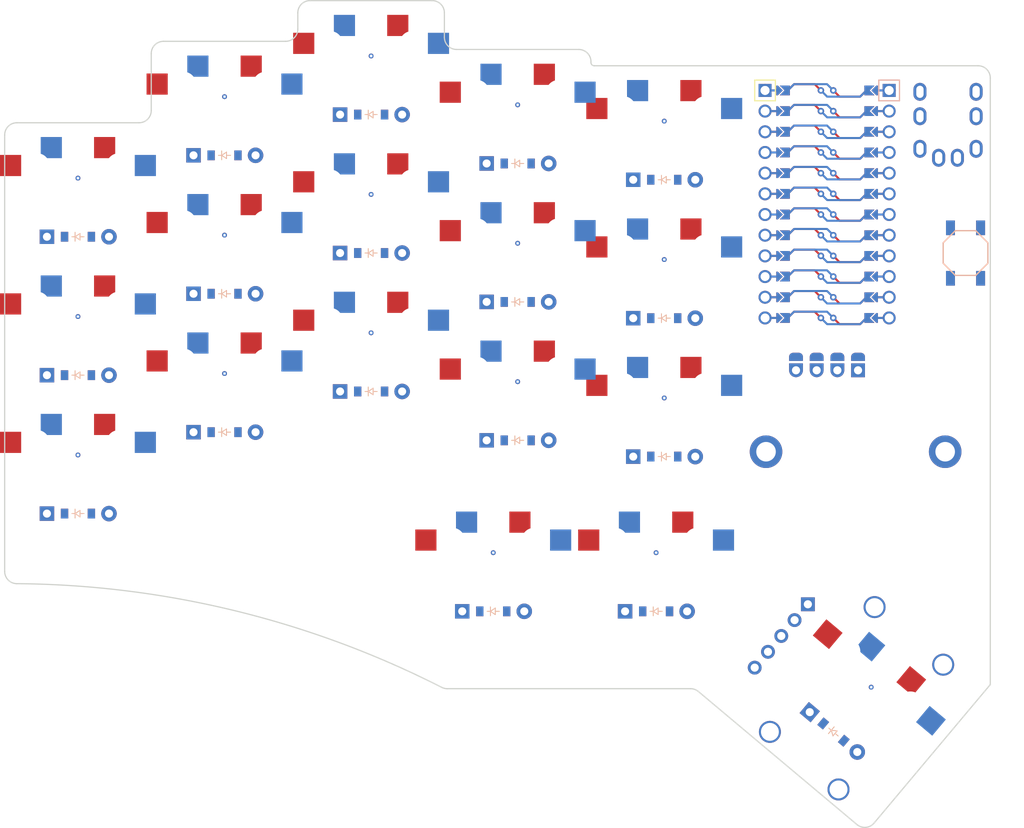
<source format=kicad_pcb>
(kicad_pcb (version 20211014) (generator pcbnew)
  (title_block (title "main") (rev "v1.0.0") (company "Unknown"))
  (layers (0 "F.Cu" signal) (31 "B.Cu" signal) (34 "B.Paste" user) (35 "F.Paste" user) (36 "B.SilkS" user "B.Silkscreen") (37 "F.SilkS" user "F.Silkscreen") (38 "B.Mask" user) (39 "F.Mask" user) (44 "Edge.Cuts" user))
  (net 0 "")
  (net 1 "pinky_bottom")
  (net 2 "P20")
  (net 3 "pinky_home")
  (net 4 "pinky_top")
  (net 5 "ring_bottom")
  (net 6 "P19")
  (net 7 "ring_home")
  (net 8 "ring_top")
  (net 9 "middle_bottom")
  (net 10 "P18")
  (net 11 "middle_home")
  (net 12 "middle_top")
  (net 13 "index_bottom")
  (net 14 "P15")
  (net 15 "index_home")
  (net 16 "index_top")
  (net 17 "far_bottom")
  (net 18 "P14")
  (net 19 "far_home")
  (net 20 "far_top")
  (net 21 "inner_main")
  (net 22 "middle_main")
  (net 23 "outer_main")
  (net 24 "P6")
  (net 25 "P5")
  (net 26 "P4")
  (net 27 "P7")
  (net 28 "RAW")
  (net 29 "GND")
  (net 30 "RST")
  (net 31 "VCC")
  (net 32 "P21")
  (net 33 "P16")
  (net 34 "P10")
  (net 35 "P1")
  (net 36 "P0")
  (net 37 "P2")
  (net 38 "P3")
  (net 39 "P8")
  (net 40 "P9")
  (net 41 "VCC,")
  (footprint "E73:SW_TACT_ALPS_SKQGABE010" (layer "F.Cu") (at 109 -27 -90)
    (fp_text reference "B1" hide)
    (fp_text value "" hide)
    (pad "1" smd rect locked (at 3.1 -1.85 270) (size 1.8 1.1) (layers "F.Cu" "F.Paste" "F.Mask") (net 29 "GND"))
    (pad "1" smd rect locked (at -3.1 -1.85 270) (size 1.8 1.1) (layers "F.Cu" "F.Paste" "F.Mask") (net 29 "GND"))
    (pad "2" smd rect locked (at 3.1 1.85 270) (size 1.8 1.1) (layers "F.Cu" "F.Paste" "F.Mask") (net 30 "RST"))
    (pad "2" smd rect locked (at -3.1 1.85 270) (size 1.8 1.1) (layers "F.Cu" "F.Paste" "F.Mask") (net 30 "RST"))
  )
  (footprint "VIA-0.6mm" (layer "F.Cu") (at 54 -45.2)
    (fp_text reference "REF**" hide)
    (fp_text value "VIA-0.6mm" hide)
    (pad "1" thru_hole circle locked (at 0 0) (size 0.6 0.6) (drill 0.3) (layers *.Cu) (net 14 "P15"))
  )
  (footprint "VIA-0.6mm" (layer "F.Cu") (at 72 -26.2)
    (fp_text reference "REF**" hide)
    (fp_text value "VIA-0.6mm" hide)
    (pad "1" thru_hole circle locked (at 0 0) (size 0.6 0.6) (drill 0.3) (layers *.Cu) (net 18 "P14"))
  )
  (footprint "ComboDiode" (layer "F.Cu") (at 51 17)
    (fp_text reference "D16" hide)
    (fp_text value "" hide)
    (pad "1" smd rect locked (at -1.65 0) (size 0.9 1.2) (layers "F.Cu" "F.Paste" "F.Mask") (net 27 "P7"))
    (pad "1" thru_hole rect locked (at -3.81 0) (size 1.778 1.778) (drill 0.9906) (layers *.Cu *.Mask) (net 27 "P7"))
    (pad "1" smd rect locked (at -1.65 0) (size 0.9 1.2) (layers "B.Cu" "B.Paste" "B.Mask") (net 27 "P7"))
    (pad "2" thru_hole circle locked (at 3.81 0) (size 1.905 1.905) (drill 0.9906) (layers *.Cu *.Mask) (net 21 "inner_main"))
    (pad "2" smd rect locked (at 1.65 0) (size 0.9 1.2) (layers "F.Cu" "F.Paste" "F.Mask") (net 21 "inner_main"))
    (pad "2" smd rect locked (at 1.65 0) (size 0.9 1.2) (layers "B.Cu" "B.Paste" "B.Mask") (net 21 "inner_main"))
  )
  (footprint "ComboDiode" (layer "F.Cu") (at 72 -19)
    (fp_text reference "D14" hide)
    (fp_text value "" hide)
    (pad "1" thru_hole rect locked (at -3.81 0) (size 1.778 1.778) (drill 0.9906) (layers *.Cu *.Mask) (net 25 "P5"))
    (pad "1" smd rect locked (at -1.65 0) (size 0.9 1.2) (layers "B.Cu" "B.Paste" "B.Mask") (net 25 "P5"))
    (pad "1" smd rect locked (at -1.65 0) (size 0.9 1.2) (layers "F.Cu" "F.Paste" "F.Mask") (net 25 "P5"))
    (pad "2" smd rect locked (at 1.65 0) (size 0.9 1.2) (layers "B.Cu" "B.Paste" "B.Mask") (net 19 "far_home"))
    (pad "2" thru_hole circle locked (at 3.81 0) (size 1.905 1.905) (drill 0.9906) (layers *.Cu *.Mask) (net 19 "far_home"))
    (pad "2" smd rect locked (at 1.65 0) (size 0.9 1.2) (layers "F.Cu" "F.Paste" "F.Mask") (net 19 "far_home"))
  )
  (footprint "MountingHole:MountingHole_2.2mm_M2_DIN965_Pad" (layer "F.Cu") (at 106.5 -2.6)
    (fp_text reference "Mount1")
    (fp_text value "TH1")
    (pad "" thru_hole circle locked (at 0 0) (size 4 4) (drill 2.4) (layers *.Cu *.Mask))
  )
  (footprint "ComboDiode" (layer "F.Cu") (at 72 -36)
    (fp_text reference "D15" hide)
    (fp_text value "" hide)
    (pad "1" smd rect locked (at -1.65 0) (size 0.9 1.2) (layers "F.Cu" "F.Paste" "F.Mask") (net 26 "P4"))
    (pad "1" thru_hole rect locked (at -3.81 0) (size 1.778 1.778) (drill 0.9906) (layers *.Cu *.Mask) (net 26 "P4"))
    (pad "1" smd rect locked (at -1.65 0) (size 0.9 1.2) (layers "B.Cu" "B.Paste" "B.Mask") (net 26 "P4"))
    (pad "2" thru_hole circle locked (at 3.81 0) (size 1.905 1.905) (drill 0.9906) (layers *.Cu *.Mask) (net 20 "far_top"))
    (pad "2" smd rect locked (at 1.65 0) (size 0.9 1.2) (layers "B.Cu" "B.Paste" "B.Mask") (net 20 "far_top"))
    (pad "2" smd rect locked (at 1.65 0) (size 0.9 1.2) (layers "F.Cu" "F.Paste" "F.Mask") (net 20 "far_top"))
  )
  (footprint "VIA-0.6mm" (layer "F.Cu") (at 36 -17.2)
    (fp_text reference "REF**" hide)
    (fp_text value "VIA-0.6mm" hide)
    (pad "1" thru_hole circle locked (at 0 0) (size 0.6 0.6) (drill 0.3) (layers *.Cu) (net 10 "P18"))
  )
  (footprint "ComboDiode" (layer "F.Cu") (at 18 -39)
    (fp_text reference "D6" hide)
    (fp_text value "" hide)
    (pad "1" thru_hole rect locked (at -3.81 0) (size 1.778 1.778) (drill 0.9906) (layers *.Cu *.Mask) (net 26 "P4"))
    (pad "1" smd rect locked (at -1.65 0) (size 0.9 1.2) (layers "F.Cu" "F.Paste" "F.Mask") (net 26 "P4"))
    (pad "1" smd rect locked (at -1.65 0) (size 0.9 1.2) (layers "B.Cu" "B.Paste" "B.Mask") (net 26 "P4"))
    (pad "2" thru_hole circle locked (at 3.81 0) (size 1.905 1.905) (drill 0.9906) (layers *.Cu *.Mask) (net 8 "ring_top"))
    (pad "2" smd rect locked (at 1.65 0) (size 0.9 1.2) (layers "F.Cu" "F.Paste" "F.Mask") (net 8 "ring_top"))
    (pad "2" smd rect locked (at 1.65 0) (size 0.9 1.2) (layers "B.Cu" "B.Paste" "B.Mask") (net 8 "ring_top"))
  )
  (footprint "VIA-0.6mm" (layer "F.Cu") (at 71 9.8)
    (fp_text reference "REF**" hide)
    (fp_text value "VIA-0.6mm" hide)
    (pad "1" thru_hole circle locked (at 0 0) (size 0.6 0.6) (drill 0.3) (layers *.Cu) (net 14 "P15"))
  )
  (footprint "ComboDiode" (layer "F.Cu") (at 54 -38)
    (fp_text reference "D12" hide)
    (fp_text value "" hide)
    (pad "1" smd rect locked (at -1.65 0) (size 0.9 1.2) (layers "B.Cu" "B.Paste" "B.Mask") (net 26 "P4"))
    (pad "1" smd rect locked (at -1.65 0) (size 0.9 1.2) (layers "F.Cu" "F.Paste" "F.Mask") (net 26 "P4"))
    (pad "1" thru_hole rect locked (at -3.81 0) (size 1.778 1.778) (drill 0.9906) (layers *.Cu *.Mask) (net 26 "P4"))
    (pad "2" thru_hole circle locked (at 3.81 0) (size 1.905 1.905) (drill 0.9906) (layers *.Cu *.Mask) (net 16 "index_top"))
    (pad "2" smd rect locked (at 1.65 0) (size 0.9 1.2) (layers "B.Cu" "B.Paste" "B.Mask") (net 16 "index_top"))
    (pad "2" smd rect locked (at 1.65 0) (size 0.9 1.2) (layers "F.Cu" "F.Paste" "F.Mask") (net 16 "index_top"))
  )
  (footprint "ComboDiode" (layer "F.Cu") (at 0 -29)
    (fp_text reference "D3" hide)
    (fp_text value "" hide)
    (pad "1" thru_hole rect locked (at -3.81 0) (size 1.778 1.778) (drill 0.9906) (layers *.Cu *.Mask) (net 26 "P4"))
    (pad "1" smd rect locked (at -1.65 0) (size 0.9 1.2) (layers "F.Cu" "F.Paste" "F.Mask") (net 26 "P4"))
    (pad "1" smd rect locked (at -1.65 0) (size 0.9 1.2) (layers "B.Cu" "B.Paste" "B.Mask") (net 26 "P4"))
    (pad "2" smd rect locked (at 1.65 0) (size 0.9 1.2) (layers "B.Cu" "B.Paste" "B.Mask") (net 4 "pinky_top"))
    (pad "2" thru_hole circle locked (at 3.81 0) (size 1.905 1.905) (drill 0.9906) (layers *.Cu *.Mask) (net 4 "pinky_top"))
    (pad "2" smd rect locked (at 1.65 0) (size 0.9 1.2) (layers "F.Cu" "F.Paste" "F.Mask") (net 4 "pinky_top"))
  )
  (footprint "ComboDiode" (layer "F.Cu") (at 54 -21)
    (fp_text reference "D11" hide)
    (fp_text value "" hide)
    (pad "1" thru_hole rect locked (at -3.81 0) (size 1.778 1.778) (drill 0.9906) (layers *.Cu *.Mask) (net 25 "P5"))
    (pad "1" smd rect locked (at -1.65 0) (size 0.9 1.2) (layers "B.Cu" "B.Paste" "B.Mask") (net 25 "P5"))
    (pad "1" smd rect locked (at -1.65 0) (size 0.9 1.2) (layers "F.Cu" "F.Paste" "F.Mask") (net 25 "P5"))
    (pad "2" smd rect locked (at 1.65 0) (size 0.9 1.2) (layers "B.Cu" "B.Paste" "B.Mask") (net 15 "index_home"))
    (pad "2" smd rect locked (at 1.65 0) (size 0.9 1.2) (layers "F.Cu" "F.Paste" "F.Mask") (net 15 "index_home"))
    (pad "2" thru_hole circle locked (at 3.81 0) (size 1.905 1.905) (drill 0.9906) (layers *.Cu *.Mask) (net 15 "index_home"))
  )
  (footprint "ComboDiode" (layer "F.Cu") (at 0 -12)
    (fp_text reference "D2" hide)
    (fp_text value "" hide)
    (pad "1" smd rect locked (at -1.65 0) (size 0.9 1.2) (layers "B.Cu" "B.Paste" "B.Mask") (net 25 "P5"))
    (pad "1" smd rect locked (at -1.65 0) (size 0.9 1.2) (layers "F.Cu" "F.Paste" "F.Mask") (net 25 "P5"))
    (pad "1" thru_hole rect locked (at -3.81 0) (size 1.778 1.778) (drill 0.9906) (layers *.Cu *.Mask) (net 25 "P5"))
    (pad "2" smd rect locked (at 1.65 0) (size 0.9 1.2) (layers "B.Cu" "B.Paste" "B.Mask") (net 3 "pinky_home"))
    (pad "2" smd rect locked (at 1.65 0) (size 0.9 1.2) (layers "F.Cu" "F.Paste" "F.Mask") (net 3 "pinky_home"))
    (pad "2" thru_hole circle locked (at 3.81 0) (size 1.905 1.905) (drill 0.9906) (layers *.Cu *.Mask) (net 3 "pinky_home"))
  )
  (footprint "ComboDiode" (layer "F.Cu") (at 36 -27)
    (fp_text reference "D8" hide)
    (fp_text value "" hide)
    (pad "1" thru_hole rect locked (at -3.81 0) (size 1.778 1.778) (drill 0.9906) (layers *.Cu *.Mask) (net 25 "P5"))
    (pad "1" smd rect locked (at -1.65 0) (size 0.9 1.2) (layers "B.Cu" "B.Paste" "B.Mask") (net 25 "P5"))
    (pad "1" smd rect locked (at -1.65 0) (size 0.9 1.2) (layers "F.Cu" "F.Paste" "F.Mask") (net 25 "P5"))
    (pad "2" smd rect locked (at 1.65 0) (size 0.9 1.2) (layers "F.Cu" "F.Paste" "F.Mask") (net 11 "middle_home"))
    (pad "2" smd rect locked (at 1.65 0) (size 0.9 1.2) (layers "B.Cu" "B.Paste" "B.Mask") (net 11 "middle_home"))
    (pad "2" thru_hole circle locked (at 3.81 0) (size 1.905 1.905) (drill 0.9906) (layers *.Cu *.Mask) (net 11 "middle_home"))
  )
  (footprint "VIA-0.6mm" (layer "F.Cu") (at 72 -9.2)
    (fp_text reference "REF**" hide)
    (fp_text value "VIA-0.6mm" hide)
    (pad "1" thru_hole circle locked (at 0 0) (size 0.6 0.6) (drill 0.3) (layers *.Cu) (net 18 "P14"))
  )
  (footprint "VIA-0.6mm" (layer "F.Cu") (at 72 -43.2)
    (fp_text reference "REF**" hide)
    (fp_text value "VIA-0.6mm" hide)
    (pad "1" thru_hole circle locked (at 0 0) (size 0.6 0.6) (drill 0.3) (layers *.Cu) (net 18 "P14"))
  )
  (footprint "ComboDiode" (layer "F.Cu") (at 0 5)
    (fp_text reference "D1" hide)
    (fp_text value "" hide)
    (pad "1" thru_hole rect locked (at -3.81 0) (size 1.778 1.778) (drill 0.9906) (layers *.Cu *.Mask) (net 24 "P6"))
    (pad "1" smd rect locked (at -1.65 0) (size 0.9 1.2) (layers "F.Cu" "F.Paste" "F.Mask") (net 24 "P6"))
    (pad "1" smd rect locked (at -1.65 0) (size 0.9 1.2) (layers "B.Cu" "B.Paste" "B.Mask") (net 24 "P6"))
    (pad "2" thru_hole circle locked (at 3.81 0) (size 1.905 1.905) (drill 0.9906) (layers *.Cu *.Mask) (net 1 "pinky_bottom"))
    (pad "2" smd rect locked (at 1.65 0) (size 0.9 1.2) (layers "F.Cu" "F.Paste" "F.Mask") (net 1 "pinky_bottom"))
    (pad "2" smd rect locked (at 1.65 0) (size 0.9 1.2) (layers "B.Cu" "B.Paste" "B.Mask") (net 1 "pinky_bottom"))
  )
  (footprint "PG1350" (layer "F.Cu") (at 54 -43)
    (fp_text reference "S12" hide)
    (fp_text value "" hide)
    (pad "" np_thru_hole circle locked (at -5.5 0) (size 1.7018 1.7018) (drill 1.7018) (layers *.Cu *.Mask))
    (pad "" np_thru_hole circle locked (at 0 -5.95) (size 3 3) (drill 3) (layers *.Cu *.Mask))
    (pad "" np_thru_hole circle locked (at 0 0) (size 3.429 3.429) (drill 3.429) (layers *.Cu *.Mask))
    (pad "" np_thru_hole circle locked (at 5.5 0) (size 1.7018 1.7018) (drill 1.7018) (layers *.Cu *.Mask))
    (pad "" np_thru_hole circle locked (at 5 -3.75) (size 3 3) (drill 3) (layers *.Cu *.Mask))
    (pad "" np_thru_hole circle locked (at 0 -5.95) (size 3 3) (drill 3) (layers *.Cu *.Mask))
    (pad "" np_thru_hole circle locked (at -5 -3.75) (size 3 3) (drill 3) (layers *.Cu *.Mask))
    (pad "1" smd rect locked (at 3.275 -5.95) (size 2.6 2.6) (layers "F.Cu" "F.Paste" "F.Mask") (net 16 "index_top"))
    (pad "1" smd rect locked (at -3.275 -5.95) (size 2.6 2.6) (layers "B.Cu" "B.Paste" "B.Mask") (net 16 "index_top"))
    (pad "2" smd rect locked (at 8.275 -3.75) (size 2.6 2.6) (layers "B.Cu" "B.Paste" "B.Mask") (net 14 "P15"))
    (pad "2" smd rect locked (at -8.275 -3.75) (size 2.6 2.6) (layers "F.Cu" "F.Paste" "F.Mask") (net 14 "P15"))
  )
  (footprint "VIA-0.6mm" (layer "F.Cu") (at 54 -28.2)
    (fp_text reference "REF**" hide)
    (fp_text value "VIA-0.6mm" hide)
    (pad "1" thru_hole circle locked (at 0 0) (size 0.6 0.6) (drill 0.3) (layers *.Cu) (net 14 "P15"))
  )
  (footprint "PG1350" (layer "F.Cu") (at 36 -49)
    (fp_text reference "S9" hide)
    (fp_text value "" hide)
    (pad "" np_thru_hole circle locked (at -5 -3.75) (size 3 3) (drill 3) (layers *.Cu *.Mask))
    (pad "" np_thru_hole circle locked (at 0 -5.95) (size 3 3) (drill 3) (layers *.Cu *.Mask))
    (pad "" np_thru_hole circle locked (at 0 0) (size 3.429 3.429) (drill 3.429) (layers *.Cu *.Mask))
    (pad "" np_thru_hole circle locked (at 5.5 0) (size 1.7018 1.7018) (drill 1.7018) (layers *.Cu *.Mask))
    (pad "" np_thru_hole circle locked (at 0 -5.95) (size 3 3) (drill 3) (layers *.Cu *.Mask))
    (pad "" np_thru_hole circle locked (at 5 -3.75) (size 3 3) (drill 3) (layers *.Cu *.Mask))
    (pad "" np_thru_hole circle locked (at -5.5 0) (size 1.7018 1.7018) (drill 1.7018) (layers *.Cu *.Mask))
    (pad "1" smd rect locked (at 3.275 -5.95) (size 2.6 2.6) (layers "F.Cu" "F.Paste" "F.Mask") (net 12 "middle_top"))
    (pad "1" smd rect locked (at -3.275 -5.95) (size 2.6 2.6) (layers "B.Cu" "B.Paste" "B.Mask") (net 12 "middle_top"))
    (pad "2" smd rect locked (at -8.275 -3.75) (size 2.6 2.6) (layers "F.Cu" "F.Paste" "F.Mask") (net 10 "P18"))
    (pad "2" smd rect locked (at 8.275 -3.75) (size 2.6 2.6) (layers "B.Cu" "B.Paste" "B.Mask") (net 10 "P18"))
  )
  (footprint "PG1350" (layer "F.Cu") (at 96 28 -40)
    (fp_text reference "S18" hide)
    (fp_text value "" hide)
    (pad "" np_thru_hole circle locked (at -5.5 0) (size 1.7018 1.7018) (drill 1.7018) (layers *.Cu *.Mask))
    (pad "" np_thru_hole circle locked (at 0 0) (size 3.429 3.429) (drill 3.429) (layers *.Cu *.Mask))
    (pad "" np_thru_hole circle locked (at 5.5 0) (size 1.7018 1.7018) (drill 1.7018) (layers *.Cu *.Mask))
    (pad "" np_thru_hole circle locked (at -5 -3.75) (size 3 3) (drill 3) (layers *.Cu *.Mask))
    (pad "" np_thru_hole circle locked (at 0 -5.95) (size 3 3) (drill 3) (layers *.Cu *.Mask))
    (pad "" np_thru_hole circle locked (at 0 -5.95) (size 3 3) (drill 3) (layers *.Cu *.Mask))
    (pad "" np_thru_hole circle locked (at 5 -3.75) (size 3 3) (drill 3) (layers *.Cu *.Mask))
    (pad "1" smd rect locked (at 3.275 -5.95 320) (size 2.6 2.6) (layers "F.Cu" "F.Paste" "F.Mask") (net 23 "outer_main"))
    (pad "1" smd rect locked (at -3.275 -5.95 320) (size 2.6 2.6) (layers "B.Cu" "B.Paste" "B.Mask") (net 23 "outer_main"))
    (pad "2" smd rect locked (at -8.275 -3.75 320) (size 2.6 2.6) (layers "F.Cu" "F.Paste" "F.Mask") (net 18 "P14"))
    (pad "2" smd rect locked (at 8.275 -3.75 320) (size 2.6 2.6) (layers "B.Cu" "B.Paste" "B.Mask") (net 18 "P14"))
  )
  (footprint "ComboDiode" (layer "F.Cu") (at 54 -4)
    (fp_text reference "D10" hide)
    (fp_text value "" hide)
    (pad "1" thru_hole rect locked (at -3.81 0) (size 1.778 1.778) (drill 0.9906) (layers *.Cu *.Mask) (net 24 "P6"))
    (pad "1" smd rect locked (at -1.65 0) (size 0.9 1.2) (layers "B.Cu" "B.Paste" "B.Mask") (net 24 "P6"))
    (pad "1" smd rect locked (at -1.65 0) (size 0.9 1.2) (layers "F.Cu" "F.Paste" "F.Mask") (net 24 "P6"))
    (pad "2" smd rect locked (at 1.65 0) (size 0.9 1.2) (layers "F.Cu" "F.Paste" "F.Mask") (net 13 "index_bottom"))
    (pad "2" smd rect locked (at 1.65 0) (size 0.9 1.2) (layers "B.Cu" "B.Paste" "B.Mask") (net 13 "index_bottom"))
    (pad "2" thru_hole circle locked (at 3.81 0) (size 1.905 1.905) (drill 0.9906) (layers *.Cu *.Mask) (net 13 "index_bottom"))
  )
  (footprint "VIA-0.6mm" (layer "F.Cu") (at 36 -34.2)
    (fp_text reference "REF**" hide)
    (fp_text value "VIA-0.6mm" hide)
    (pad "1" thru_hole circle locked (at 0 0) (size 0.6 0.6) (drill 0.3) (layers *.Cu) (net 10 "P18"))
  )
  (footprint "ComboDiode" (layer "F.Cu") (at 36 -44)
    (fp_text reference "D9" hide)
    (fp_text value "" hide)
    (pad "1" smd rect locked (at -1.65 0) (size 0.9 1.2) (layers "F.Cu" "F.Paste" "F.Mask") (net 26 "P4"))
    (pad "1" thru_hole rect locked (at -3.81 0) (size 1.778 1.778) (drill 0.9906) (layers *.Cu *.Mask) (net 26 "P4"))
    (pad "1" smd rect locked (at -1.65 0) (size 0.9 1.2) (layers "B.Cu" "B.Paste" "B.Mask") (net 26 "P4"))
    (pad "2" smd rect locked (at 1.65 0) (size 0.9 1.2) (layers "F.Cu" "F.Paste" "F.Mask") (net 12 "middle_top"))
    (pad "2" thru_hole circle locked (at 3.81 0) (size 1.905 1.905) (drill 0.9906) (layers *.Cu *.Mask) (net 12 "middle_top"))
    (pad "2" smd rect locked (at 1.65 0) (size 0.9 1.2) (layers "B.Cu" "B.Paste" "B.Mask") (net 12 "middle_top"))
  )
  (footprint "VIA-0.6mm" (layer "F.Cu") (at 0 -36.2)
    (fp_text reference "REF**" hide)
    (fp_text value "VIA-0.6mm" hide)
    (pad "1" thru_hole circle locked (at 0 0) (size 0.6 0.6) (drill 0.3) (layers *.Cu) (net 2 "P20"))
  )
  (footprint "MountingHole:MountingHole_2.2mm_M2_DIN965_Pad" (layer "F.Cu") (at 84.5 -2.6)
    (fp_text reference "Mount1")
    (fp_text value "TH2")
    (pad "" thru_hole circle locked (at 0 0) (size 4 4) (drill 2.4) (layers F&B.Cu *.Mask))
  )
  (footprint "PG1350" (layer "F.Cu") (at 36 -15)
    (fp_text reference "S7" hide)
    (fp_text value "" hide)
    (pad "" np_thru_hole circle locked (at 0 0) (size 3.429 3.429) (drill 3.429) (layers *.Cu *.Mask))
    (pad "" np_thru_hole circle locked (at -5 -3.75) (size 3 3) (drill 3) (layers *.Cu *.Mask))
    (pad "" np_thru_hole circle locked (at 0 -5.95) (size 3 3) (drill 3) (layers *.Cu *.Mask))
    (pad "" np_thru_hole circle locked (at 0 -5.95) (size 3 3) (drill 3) (layers *.Cu *.Mask))
    (pad "" np_thru_hole circle locked (at 5.5 0) (size 1.7018 1.7018) (drill 1.7018) (layers *.Cu *.Mask))
    (pad "" np_thru_hole circle locked (at -5.5 0) (size 1.7018 1.7018) (drill 1.7018) (layers *.Cu *.Mask))
    (pad "" np_thru_hole circle locked (at 5 -3.75) (size 3 3) (drill 3) (layers *.Cu *.Mask))
    (pad "1" smd rect locked (at -3.275 -5.95) (size 2.6 2.6) (layers "B.Cu" "B.Paste" "B.Mask") (net 9 "middle_bottom"))
    (pad "1" smd rect locked (at 3.275 -5.95) (size 2.6 2.6) (layers "F.Cu" "F.Paste" "F.Mask") (net 9 "middle_bottom"))
    (pad "2" smd rect locked (at 8.275 -3.75) (size 2.6 2.6) (layers "B.Cu" "B.Paste" "B.Mask") (net 10 "P18"))
    (pad "2" smd rect locked (at -8.275 -3.75) (size 2.6 2.6) (layers "F.Cu" "F.Paste" "F.Mask") (net 10 "P18"))
  )
  (footprint "OLED-128x32-double-sided" (layer "F.Cu") (at 86 -11 90)
    (fp_text reference "_21" hide)
    (fp_text value "OLED-double-sided")
    (pad "1" smd custom locked (at 3.251 9.8 90) (size 1 0.7) (layers "F.Cu" "F.Mask") (net 37 "P2") (options (clearance outline) (anchor rect)) (primitives (gr_circle (center 0 0.35) (end 0.5 0.35) (width 0) (fill yes)) (gr_circle (center 0 -0.35) (end 0.5 -0.35) (width 0) (fill yes)) (gr_poly (pts (xy 0 0.85) (xy -0.5 0.85) (xy -0.5 -0.85) (xy 0 -0.85)) (width 0) (fill yes))))
    (pad "1" smd custom locked (at 3.251 2.18 270) (size 1 0.7) (layers "B.Cu" "B.Mask") (net 37 "P2") (options (clearance outline) (anchor rect)) (primitives (gr_circle (center 0 0.35) (end 0.5 0.35) (width 0) (fill yes)) (gr_circle (center 0 -0.35) (end 0.5 -0.35) (width 0) (fill yes)) (gr_poly (pts (xy 0.5 0.85) (xy 0 0.85) (xy 0 -0.85) (xy 0.5 -0.85)) (width 0) (fill yes))))
    (pad "2" smd custom locked (at 3.251 7.26 90) (size 1 0.7) (layers "F.Cu" "F.Mask") (net 38 "P3") (options (clearance outline) (anchor rect)) (primitives (gr_circle (center 0 0.35) (end 0.5 0.35) (width 0) (fill yes)) (gr_circle (center 0 -0.35) (end 0.5 -0.35) (width 0) (fill yes)) (gr_poly (pts (xy 0 0.85) (xy -0.5 0.85) (xy -0.5 -0.85) (xy 0 -0.85)) (width 0) (fill yes))))
    (pad "2" smd custom locked (at 3.251 4.72 270) (size 1 0.7) (layers "B.Cu" "B.Mask") (net 38 "P3") (options (clearance outline) (anchor rect)) (primitives (gr_circle (center 0 0.35) (end 0.5 0.35) (width 0) (fill yes)) (gr_circle (center 0 -0.35) (end 0.5 -0.35) (width 0) (fill yes)) (gr_poly (pts (xy 0.5 0.85) (xy 0 0.85) (xy 0 -0.85) (xy 0.5 -0.85)) (width 0) (fill yes))))
    (pad "3" smd custom locked (at 3.251 7.26 270) (size 1 0.7) (layers "B.Cu" "B.Mask") (net 41 "VCC,") (options (clearance outline) (anchor rect)) (primitives (gr_circle (center 0 0.35) (end 0.5 0.35) (width 0) (fill yes)) (gr_circle (center 0 -0.35) (end 0.5 -0.35) (width 0) (fill yes)) (gr_poly (pts (xy 0.5 0.85) (xy 0 0.85) (xy 0 -0.85) (xy 0.5 -0.85)) (width 0) (fill yes))))
    (pad "3" smd custom locked (at 3.251 4.72 90) (size 1 0.7) (layers "F.Cu" "F.Mask") (net 41 "VCC,") (options (clearance outline) (anchor rect)) (primitives (gr_circle (center 0 0.35) (end 0.5 0.35) (width 0) (fill yes)) (gr_circle (center 0 -0.35) (end 0.5 -0.35) (width 0) (fill yes)) (gr_poly (pts (xy 0 0.85) (xy -0.5 0.85) (xy -0.5 -0.85) (xy 0 -0.85)) (width 0) (fill yes))))
    (pad "4" smd custom locked (at 3.251 2.18 90) (size 1 0.7) (layers "F.Cu" "F.Mask") (net 29 "GND") (options (clearance outline) (anchor rect)) (primitives (gr_circle (center 0 0.35) (end 0.5 0.35) (width 0) (fill yes)) (gr_circle (center 0 -0.35) (end 0.5 -0.35) (width 0) (fill yes)) (gr_poly (pts (xy 0 0.85) (xy -0.5 0.85) (xy -0.5 -0.85) (xy 0 -0.85)) (width 0) (fill yes))))
    (pad "4" smd custom locked (at 3.251 9.8 270) (size 1 0.7) (layers "B.Cu" "B.Mask") (net 29 "GND") (options (clearance outline) (anchor rect)) (primitives (gr_circle (center 0 0.35) (end 0.5 0.35) (width 0) (fill yes)) (gr_circle (center 0 -0.35) (end 0.5 -0.35) (width 0) (fill yes)) (gr_poly (pts (xy 0.5 0.85) (xy 0 0.85) (xy 0 -0.85) (xy 0.5 -0.85)) (width 0) (fill yes))))
    (pad "5" thru_hole rect locked (at 1.6 9.8 270) (size 1.7 1.7) (drill 1) (layers *.Cu *.Mask))
    (pad "6" thru_hole roundrect locked (at 1.6 7.26 270) (size 1.7 1.7) (drill 1) (layers *.Cu *.Mask) (roundrect_rratio 0.5) (chamfer_ratio 0) (chamfer top_left bottom_left))
    (pad "7" thru_hole roundrect locked (at 1.6 4.72 270) (size 1.7 1.7) (drill 1) (layers *.Cu *.Mask) (roundrect_rratio 0.5) (chamfer_ratio 0) (chamfer top_left bottom_left))
    (pad "8" thru_hole roundrect locked (at 1.6 2.18 270) (size 1.7 1.7) (drill 1) (layers *.Cu *.Mask) (roundrect_rratio 0.5) (chamfer_ratio 0) (chamfer top_left bottom_left))
  )
  (footprint "PG1350" (layer "F.Cu") (at 18 -10)
    (fp_text reference "S4" hide)
    (fp_text value "" hide)
    (pad "" np_thru_hole circle locked (at 0 0) (size 3.429 3.429) (drill 3.429) (layers *.Cu *.Mask))
    (pad "" np_thru_hole circle locked (at 5.5 0) (size 1.7018 1.7018) (drill 1.7018) (layers *.Cu *.Mask))
    (pad "" np_thru_hole circle locked (at 5 -3.75) (size 3 3) (drill 3) (layers *.Cu *.Mask))
    (pad "" np_thru_hole circle locked (at -5 -3.75) (size 3 3) (drill 3) (layers *.Cu *.Mask))
    (pad "" np_thru_hole circle locked (at -5.5 0) (size 1.7018 1.7018) (drill 1.7018) (layers *.Cu *.Mask))
    (pad "" np_thru_hole circle locked (at 0 -5.95) (size 3 3) (drill 3) (layers *.Cu *.Mask))
    (pad "" np_thru_hole circle locked (at 0 -5.95) (size 3 3) (drill 3) (layers *.Cu *.Mask))
    (pad "1" smd rect locked (at -3.275 -5.95) (size 2.6 2.6) (layers "B.Cu" "B.Paste" "B.Mask") (net 5 "ring_bottom"))
    (pad "1" smd rect locked (at 3.275 -5.95) (size 2.6 2.6) (layers "F.Cu" "F.Paste" "F.Mask") (net 5 "ring_bottom"))
    (pad "2" smd rect locked (at 8.275 -3.75) (size 2.6 2.6) (layers "B.Cu" "B.Paste" "B.Mask") (net 6 "P19"))
    (pad "2" smd rect locked (at -8.275 -3.75) (size 2.6 2.6) (layers "F.Cu" "F.Paste" "F.Mask") (net 6 "P19"))
  )
  (footprint "PG1350" (layer "F.Cu") (at 18 -27)
    (fp_text reference "S5" hide)
    (fp_text value "" hide)
    (pad "" np_thru_hole circle locked (at 0 -5.95) (size 3 3) (drill 3) (layers *.Cu *.Mask))
    (pad "" np_thru_hole circle locked (at -5.5 0) (size 1.7018 1.7018) (drill 1.7018) (layers *.Cu *.Mask))
    (pad "" np_thru_hole circle locked (at 5 -3.75) (size 3 3) (drill 3) (layers *.Cu *.Mask))
    (pad "" np_thru_hole circle locked (at 0 -5.95) (size 3 3) (drill 3) (layers *.Cu *.Mask))
    (pad "" np_thru_hole circle locked (at 5.5 0) (size 1.7018 1.7018) (drill 1.7018) (layers *.Cu *.Mask))
    (pad "" np_thru_hole circle locked (at -5 -3.75) (size 3 3) (drill 3) (layers *.Cu *.Mask))
    (pad "" np_thru_hole circle locked (at 0 0) (size 3.429 3.429) (drill 3.429) (layers *.Cu *.Mask))
    (pad "1" smd rect locked (at -3.275 -5.95) (size 2.6 2.6) (layers "B.Cu" "B.Paste" "B.Mask") (net 7 "ring_home"))
    (pad "1" smd rect locked (at 3.275 -5.95) (size 2.6 2.6) (layers "F.Cu" "F.Paste" "F.Mask") (net 7 "ring_home"))
    (pad "2" smd rect locked (at 8.275 -3.75) (size 2.6 2.6) (layers "B.Cu" "B.Paste" "B.Mask") (net 6 "P19"))
    (pad "2" smd rect locked (at -8.275 -3.75) (size 2.6 2.6) (layers "F.Cu" "F.Paste" "F.Mask") (net 6 "P19"))
  )
  (footprint "ComboDiode" (layer "F.Cu") (at 71 17)
    (fp_text reference "D17" hide)
    (fp_text value "" hide)
    (pad "1" smd rect locked (at -1.65 0) (size 0.9 1.2) (layers "B.Cu" "B.Paste" "B.Mask") (net 27 "P7"))
    (pad "1" thru_hole rect locked (at -3.81 0) (size 1.778 1.778) (drill 0.9906) (layers *.Cu *.Mask) (net 27 "P7"))
    (pad "1" smd rect locked (at -1.65 0) (size 0.9 1.2) (layers "F.Cu" "F.Paste" "F.Mask") (net 27 "P7"))
    (pad "2" smd rect locked (at 1.65 0) (size 0.9 1.2) (layers "B.Cu" "B.Paste" "B.Mask") (net 22 "middle_main"))
    (pad "2" thru_hole circle locked (at 3.81 0) (size 1.905 1.905) (drill 0.9906) (layers *.Cu *.Mask) (net 22 "middle_main"))
    (pad "2" smd rect locked (at 1.65 0) (size 0.9 1.2) (layers "F.Cu" "F.Paste" "F.Mask") (net 22 "middle_main"))
  )
  (footprint "E73:SW_TACT_ALPS_SKQGABE010" (layer "F.Cu") (at 109 -27 -90)
    (fp_text reference "B2" hide)
    (fp_text value "" hide)
    (pad "1" smd rect locked (at 3.1 -1.85 270) (size 1.8 1.1) (layers "B.Cu" "B.Paste" "B.Mask") (net 29 "GND"))
    (pad "1" smd rect locked (at -3.1 -1.85 270) (size 1.8 1.1) (layers "B.Cu" "B.Paste" "B.Mask") (net 29 "GND"))
    (pad "2" smd rect locked (at 3.1 1.85 270) (size 1.8 1.1) (layers "B.Cu" "B.Paste" "B.Mask") (net 30 "RST"))
    (pad "2" smd rect locked (at -3.1 1.85 270) (size 1.8 1.1) (layers "B.Cu" "B.Paste" "B.Mask") (net 30 "RST"))
  )
  (footprint "ComboDiode" (layer "F.Cu") (at 18 -22)
    (fp_text reference "D5" hide)
    (fp_text value "" hide)
    (pad "1" smd rect locked (at -1.65 0) (size 0.9 1.2) (layers "F.Cu" "F.Paste" "F.Mask") (net 25 "P5"))
    (pad "1" smd rect locked (at -1.65 0) (size 0.9 1.2) (layers "B.Cu" "B.Paste" "B.Mask") (net 25 "P5"))
    (pad "1" thru_hole rect locked (at -3.81 0) (size 1.778 1.778) (drill 0.9906) (layers *.Cu *.Mask) (net 25 "P5"))
    (pad "2" smd rect locked (at 1.65 0) (size 0.9 1.2) (layers "B.Cu" "B.Paste" "B.Mask") (net 7 "ring_home"))
    (pad "2" smd rect locked (at 1.65 0) (size 0.9 1.2) (layers "F.Cu" "F.Paste" "F.Mask") (net 7 "ring_home"))
    (pad "2" thru_hole circle locked (at 3.81 0) (size 1.905 1.905) (drill 0.9906) (layers *.Cu *.Mask) (net 7 "ring_home"))
  )
  (footprint "VIA-0.6mm" (layer "F.Cu") (at 54 -11.2)
    (fp_text reference "REF**" hide)
    (fp_text value "VIA-0.6mm" hide)
    (pad "1" thru_hole circle locked (at 0 0) (size 0.6 0.6) (drill 0.3) (layers *.Cu) (net 14 "P15"))
  )
  (footprint "PG1350" (layer "F.Cu") (at 0 0)
    (fp_text reference "S1" hide)
    (fp_text value "" hide)
    (pad "" np_thru_hole circle locked (at 5.5 0) (size 1.7018 1.7018) (drill 1.7018) (layers *.Cu *.Mask))
    (pad "" np_thru_hole circle locked (at -5.5 0) (size 1.7018 1.7018) (drill 1.7018) (layers *.Cu *.Mask))
    (pad "" np_thru_hole circle locked (at 0 -5.95) (size 3 3) (drill 3) (layers *.Cu *.Mask))
    (pad "" np_thru_hole circle locked (at 0 -5.95) (size 3 3) (drill 3) (layers *.Cu *.Mask))
    (pad "" np_thru_hole circle locked (at -5 -3.75) (size 3 3) (drill 3) (layers *.Cu *.Mask))
    (pad "" np_thru_hole circle locked (at 5 -3.75) (size 3 3) (drill 3) (layers *.Cu *.Mask))
    (pad "" np_thru_hole circle locked (at 0 0) (size 3.429 3.429) (drill 3.429) (layers *.Cu *.Mask))
    (pad "1" smd rect locked (at -3.275 -5.95) (size 2.6 2.6) (layers "B.Cu" "B.Paste" "B.Mask") (net 1 "pinky_bottom"))
    (pad "1" smd rect locked (at 3.275 -5.95) (size 2.6 2.6) (layers "F.Cu" "F.Paste" "F.Mask") (net 1 "pinky_bottom"))
    (pad "2" smd rect locked (at 8.275 -3.75) (size 2.6 2.6) (layers "B.Cu" "B.Paste" "B.Mask") (net 2 "P20"))
    (pad "2" smd rect locked (at -8.275 -3.75) (size 2.6 2.6) (layers "F.Cu" "F.Paste" "F.Mask") (net 2 "P20"))
  )
  (footprint "VIA-0.6mm" (layer "F.Cu") (at 51 9.8)
    (fp_text reference "REF**" hide)
    (fp_text value "VIA-0.6mm" hide)
    (pad "1" thru_hole circle locked (at 0 0) (size 0.6 0.6) (drill 0.3) (layers *.Cu) (net 10 "P18"))
  )
  (footprint "PG1350" (layer "F.Cu") (at 71 12)
    (fp_text reference "S17" hide)
    (fp_text value "" hide)
    (pad "" np_thru_hole circle locked (at 0 -5.95) (size 3 3) (drill 3) (layers *.Cu *.Mask))
    (pad "" np_thru_hole circle locked (at -5.5 0) (size 1.7018 1.7018) (drill 1.7018) (layers *.Cu *.Mask))
    (pad "" np_thru_hole circle locked (at 0 -5.95) (size 3 3) (drill 3) (layers *.Cu *.Mask))
    (pad "" np_thru_hole circle locked (at 5 -3.75) (size 3 3) (drill 3) (layers *.Cu *.Mask))
    (pad "" np_thru_hole circle locked (at 5.5 0) (size 1.7018 1.7018) (drill 1.7018) (layers *.Cu *.Mask))
    (pad "" np_thru_hole circle locked (at -5 -3.75) (size 3 3) (drill 3) (layers *.Cu *.Mask))
    (pad "" np_thru_hole circle locked (at 0 0) (size 3.429 3.429) (drill 3.429) (layers *.Cu *.Mask))
    (pad "1" smd rect locked (at -3.275 -5.95) (size 2.6 2.6) (layers "B.Cu" "B.Paste" "B.Mask") (net 22 "middle_main"))
    (pad "1" smd rect locked (at 3.275 -5.95) (size 2.6 2.6) (layers "F.Cu" "F.Paste" "F.Mask") (net 22 "middle_main"))
    (pad "2" smd rect locked (at -8.275 -3.75) (size 2.6 2.6) (layers "F.Cu" "F.Paste" "F.Mask") (net 14 "P15"))
    (pad "2" smd rect locked (at 8.275 -3.75) (size 2.6 2.6) (layers "B.Cu" "B.Paste" "B.Mask") (net 14 "P15"))
  )
  (footprint "VIA-0.6mm" (layer "F.Cu") (at 0 -19.2)
    (fp_text reference "REF**" hide)
    (fp_text value "VIA-0.6mm" hide)
    (pad "1" thru_hole circle locked (at 0 0) (size 0.6 0.6) (drill 0.3) (layers *.Cu) (net 2 "P20"))
  )
  (footprint "VIA-0.6mm" (layer "F.Cu") (at 0 -2.2)
    (fp_text reference "REF**" hide)
    (fp_text value "VIA-0.6mm" hide)
    (pad "1" thru_hole circle locked (at 0 0) (size 0.6 0.6) (drill 0.3) (layers *.Cu) (net 2 "P20"))
  )
  (footprint "PG1350" (layer "F.Cu") (at 51 12)
    (fp_text reference "S16" hide)
    (fp_text value "" hide)
    (pad "" np_thru_hole circle locked (at 0 -5.95) (size 3 3) (drill 3) (layers *.Cu *.Mask))
    (pad "" np_thru_hole circle locked (at 5 -3.75) (size 3 3) (drill 3) (layers *.Cu *.Mask))
    (pad "" np_thru_hole circle locked (at -5 -3.75) (size 3 3) (drill 3) (layers *.Cu *.Mask))
    (pad "" np_thru_hole circle locked (at 5.5 0) (size 1.7018 1.7018) (drill 1.7018) (layers *.Cu *.Mask))
    (pad "" np_thru_hole circle locked (at -5.5 0) (size 1.7018 1.7018) (drill 1.7018) (layers *.Cu *.Mask))
    (pad "" np_thru_hole circle locked (at 0 0) (size 3.429 3.429) (drill 3.429) (layers *.Cu *.Mask))
    (pad "" np_thru_hole circle locked (at 0 -5.95) (size 3 3) (drill 3) (layers *.Cu *.Mask))
    (pad "1" smd rect locked (at 3.275 -5.95) (size 2.6 2.6) (layers "F.Cu" "F.Paste" "F.Mask") (net 21 "inner_main"))
    (pad "1" smd rect locked (at -3.275 -5.95) (size 2.6 2.6) (layers "B.Cu" "B.Paste" "B.Mask") (net 21 "inner_main"))
    (pad "2" smd rect locked (at 8.275 -3.75) (size 2.6 2.6) (layers "B.Cu" "B.Paste" "B.Mask") (net 10 "P18"))
    (pad "2" smd rect locked (at -8.275 -3.75) (size 2.6 2.6) (layers "F.Cu" "F.Paste" "F.Mask") (net 10 "P18"))
  )
  (footprint "VIA-0.6mm" (layer "F.Cu") (at 97.414133 26.314702 -40)
    (fp_text reference "REF**" hide)
    (fp_text value "VIA-0.6mm" hide)
    (pad "1" thru_hole circle locked (at 0 0) (size 0.6 0.6) (drill 0.3) (layers *.Cu) (net 18 "P14"))
  )
  (footprint "PG1350" (layer "F.Cu") (at 72 -41)
    (fp_text reference "S15" hide)
    (fp_text value "" hide)
    (pad "" np_thru_hole circle locked (at 0 -5.95) (size 3 3) (drill 3) (layers *.Cu *.Mask))
    (pad "" np_thru_hole circle locked (at 0 -5.95) (size 3 3) (drill 3) (layers *.Cu *.Mask))
    (pad "" np_thru_hole circle locked (at -5 -3.75) (size 3 3) (drill 3) (layers *.Cu *.Mask))
    (pad "" np_thru_hole circle locked (at 5 -3.75) (size 3 3) (drill 3) (layers *.Cu *.Mask))
    (pad "" np_thru_hole circle locked (at -5.5 0) (size 1.7018 1.7018) (drill 1.7018) (layers *.Cu *.Mask))
    (pad "" np_thru_hole circle locked (at 0 0) (size 3.429 3.429) (drill 3.429) (layers *.Cu *.Mask))
    (pad "" np_thru_hole circle locked (at 5.5 0) (size 1.7018 1.7018) (drill 1.7018) (layers *.Cu *.Mask))
    (pad "1" smd rect locked (at -3.275 -5.95) (size 2.6 2.6) (layers "B.Cu" "B.Paste" "B.Mask") (net 20 "far_top"))
    (pad "1" smd rect locked (at 3.275 -5.95) (size 2.6 2.6) (layers "F.Cu" "F.Paste" "F.Mask") (net 20 "far_top"))
    (pad "2" smd rect locked (at -8.275 -3.75) (size 2.6 2.6) (layers "F.Cu" "F.Paste" "F.Mask") (net 18 "P14"))
    (pad "2" smd rect locked (at 8.275 -3.75) (size 2.6 2.6) (layers "B.Cu" "B.Paste" "B.Mask") (net 18 "P14"))
  )
  (footprint "PG1350" (layer "F.Cu") (at 54 -9)
    (fp_text reference "S10" hide)
    (fp_text value "" hide)
    (pad "" np_thru_hole circle locked (at -5 -3.75) (size 3 3) (drill 3) (layers *.Cu *.Mask))
    (pad "" np_thru_hole circle locked (at 0 -5.95) (size 3 3) (drill 3) (layers *.Cu *.Mask))
    (pad "" np_thru_hole circle locked (at 0 0) (size 3.429 3.429) (drill 3.429) (layers *.Cu *.Mask))
    (pad "" np_thru_hole circle locked (at -5.5 0) (size 1.7018 1.7018) (drill 1.7018) (layers *.Cu *.Mask))
    (pad "" np_thru_hole circle locked (at 0 -5.95) (size 3 3) (drill 3) (layers *.Cu *.Mask))
    (pad "" np_thru_hole circle locked (at 5 -3.75) (size 3 3) (drill 3) (layers *.Cu *.Mask))
    (pad "" np_thru_hole circle locked (at 5.5 0) (size 1.7018 1.7018) (drill 1.7018) (layers *.Cu *.Mask))
    (pad "1" smd rect locked (at -3.275 -5.95) (size 2.6 2.6) (layers "B.Cu" "B.Paste" "B.Mask") (net 13 "index_bottom"))
    (pad "1" smd rect locked (at 3.275 -5.95) (size 2.6 2.6) (layers "F.Cu" "F.Paste" "F.Mask") (net 13 "index_bottom"))
    (pad "2" smd rect locked (at -8.275 -3.75) (size 2.6 2.6) (layers "F.Cu" "F.Paste" "F.Mask") (net 14 "P15"))
    (pad "2" smd rect locked (at 8.275 -3.75) (size 2.6 2.6) (layers "B.Cu" "B.Paste" "B.Mask") (net 14 "P15"))
  )
  (footprint "ProMicro" (layer "F.Cu") (at 92 -33 -90)
    (fp_text reference "_19" hide)
    (fp_text value "" (at 0 0 -90) (layer "F.SilkS") (effects (font (size 1.27 1.27))))
    (pad "" smd custom locked (at 1.27 -5.842 270) (size 0.1 0.1) (layers "B.Cu" "B.Mask") (clearance 0.1) (options (clearance outline) (anchor rect)) (primitives (gr_poly (pts (xy 0.6 -0.4) (xy -0.6 -0.4) (xy -0.6 -0.2) (xy 0 0.4) (xy 0.6 -0.2)) (width 0) (fill yes))))
    (pad "" thru_hole circle locked (at 1.27 7.62) (size 1.6 1.6) (drill 1.1) (layers *.Cu *.Mask))
    (pad "" smd custom locked (at 13.97 6.35 90) (size 0.25 1) (layers "B.Cu") (options (clearance outline) (anchor rect)) (primitives))
    (pad "" smd custom locked (at 11.43 -5.842 270) (size 0.1 0.1) (layers "F.Cu" "F.Mask") (clearance 0.1) (options (clearance outline) (anchor rect)) (primitives (gr_poly (pts (xy 0.6 -0.4) (xy -0.6 -0.4) (xy -0.6 -0.2) (xy 0 0.4) (xy 0.6 -0.2)) (width 0) (fill yes))))
    (pad "" thru_hole circle locked (at -1.27 7.62) (size 1.6 1.6) (drill 1.1) (layers *.Cu *.Mask))
    (pad "" smd custom locked (at 13.97 -5.842 270) (size 0.1 0.1) (layers "B.Cu" "B.Mask") (clearance 0.1) (options (clearance outline) (anchor rect)) (primitives (gr_poly (pts (xy 0.6 -0.4) (xy -0.6 -0.4) (xy -0.6 -0.2) (xy 0 0.4) (xy 0.6 -0.2)) (width 0) (fill yes))))
    (pad "" thru_hole circle locked (at -3.81 -7.62) (size 1.6 1.6) (drill 1.1) (layers *.Cu *.Mask))
    (pad "" thru_hole circle locked (at -8.89 -7.62) (size 1.6 1.6) (drill 1.1) (layers *.Cu *.Mask))
    (pad "" smd custom locked (at -6.35 5.842 90) (size 0.1 0.1) (layers "F.Cu" "F.Mask") (clearance 0.1) (options (clearance outline) (anchor rect)) (primitives (gr_poly (pts (xy 0.6 -0.4) (xy -0.6 -0.4) (xy -0.6 -0.2) (xy 0 0.4) (xy 0.6 -0.2)) (width 0) (fill yes))))
    (pad "" smd custom locked (at 3.81 5.842 90) (size 0.1 0.1) (layers "F.Cu" "F.Mask") (clearance 0.1) (options (clearance outline) (anchor rect)) (primitives (gr_poly (pts (xy 0.6 -0.4) (xy -0.6 -0.4) (xy -0.6 -0.2) (xy 0 0.4) (xy 0.6 -0.2)) (width 0) (fill yes))))
    (pad "" smd custom locked (at 6.35 -6.35 270) (size 0.25 1) (layers "B.Cu") (options (clearance outline) (anchor rect)) (primitives))
    (pad "" smd custom locked (at 6.35 5.842 90) (size 0.1 0.1) (layers "F.Cu" "F.Mask") (clearance 0.1) (options (clearance outline) (anchor rect)) (primitives (gr_poly (pts (xy 0.6 -0.4) (xy -0.6 -0.4) (xy -0.6 -0.2) (xy 0 0.4) (xy 0.6 -0.2)) (width 0) (fill yes))))
    (pad "" smd custom locked (at -3.81 -6.35 270) (size 0.25 1) (layers "F.Cu") (options (clearance outline) (anchor rect)) (primitives))
    (pad "" thru_hole circle locked (at 6.35 7.62) (size 1.6 1.6) (drill 1.1) (layers *.Cu *.Mask))
    (pad "" smd custom locked (at -11.43 5.842 90) (size 0.1 0.1) (layers "F.Cu" "F.Mask") (clearance 0.1) (options (clearance outline) (anchor rect)) (primitives (gr_poly (pts (xy 0.6 -0.4) (xy -0.6 -0.4) (xy -0.6 -0.2) (xy 0 0.4) (xy 0.6 -0.2)) (width 0) (fill yes))))
    (pad "" smd custom locked (at -1.27 -5.842 270) (size 0.1 0.1) (layers "F.Cu" "F.Mask") (clearance 0.1) (options (clearance outline) (anchor rect)) (primitives (gr_poly (pts (xy 0.6 -0.4) (xy -0.6 -0.4) (xy -0.6 -0.2) (xy 0 0.4) (xy 0.6 -0.2)) (width 0) (fill yes))))
    (pad "" smd custom locked (at -13.97 -5.842 270) (size 0.1 0.1) (layers "B.Cu" "B.Mask") (clearance 0.1) (options (clearance outline) (anchor rect)) (primitives (gr_poly (pts (xy 0.6 -0.4) (xy -0.6 -0.4) (xy -0.6 -0.2) (xy 0 0.4) (xy 0.6 -0.2)) (width 0) (fill yes))))
    (pad "" smd custom locked (at 8.89 -6.35 270) (size 0.25 1) (layers "F.Cu") (options (clearance outline) (anchor rect)) (primitives))
    (pad "" smd custom locked (at 3.81 -6.35 270) (size 0.25 1) (layers "F.Cu") (options (clearance outline) (anchor rect)) (primitives))
    (pad "" smd custom locked (at 11.43 6.35 90) (size 0.25 1) (layers "B.Cu") (options (clearance outline) (anchor rect)) (primitives))
    (pad "" smd custom locked (at 3.81 6.35 90) (size 0.25 1) (layers "F.Cu") (options (clearance outline) (anchor rect)) (primitives))
    (pad "" smd custom locked (at 1.27 6.35 90) (size 0.25 1) (layers "B.Cu") (options (clearance outline) (anchor rect)) (primitives))
    (pad "" smd custom locked (at -11.43 6.35 90) (size 0.25 1) (layers "F.Cu") (options (clearance outline) (anchor rect)) (primitives))
    (pad "" smd custom locked (at 3.81 -5.842 270) (size 0.1 0.1) (layers "F.Cu" "F.Mask") (clearance 0.1) (options (clearance outline) (anchor rect)) (primitives (gr_poly (pts (xy 0.6 -0.4) (xy -0.6 -0.4) (xy -0.6 -0.2) (xy 0 0.4) (xy 0.6 -0.2)) (width 0) (fill yes))))
    (pad "" smd custom locked (at -6.35 -6.35 270) (size 0.25 1) (layers "F.Cu") (options (clearance outline) (anchor rect)) (primitives))
    (pad "" smd custom locked (at 13.97 -6.35 270) (size 0.25 1) (layers "F.Cu") (options (clearance outline) (anchor rect)) (primitives))
    (pad "" smd custom locked (at 6.35 6.35 90) (size 0.25 1) (layers "B.Cu") (options (clearance outline) (anchor rect)) (primitives))
    (pad "" smd custom locked (at -8.89 -6.35 270) (size 0.25 1) (layers "F.Cu") (options (clearance outline) (anchor rect)) (primitives))
    (pad "" smd custom locked (at 8.89 6.35 90) (size 0.25 1) (layers "F.Cu") (options (clearance outline) (anchor rect)) (primitives))
    (pad "" smd custom locked (at -8.89 6.35 90) (size 0.25 1) (layers "F.Cu") (options (clearance outline) (anchor rect)) (primitives))
    (pad "" thru_hole circle locked (at -13.97 -7.62) (size 1.6 1.6) (drill 1.1) (layers *.Cu *.Mask))
    (pad "" smd custom locked (at 1.27 -5.842 270) (size 0.1 0.1) (layers "F.Cu" "F.Mask") (clearance 0.1) (options (clearance outline) (anchor rect)) (primitives (gr_poly (pts (xy 0.6 -0.4) (xy -0.6 -0.4) (xy -0.6 -0.2) (xy 0 0.4) (xy 0.6 -0.2)) (width 0) (fill yes))))
    (pad "" smd custom locked (at -8.89 -5.842 270) (size 0.1 0.1) (layers "B.Cu" "B.Mask") (clearance 0.1) (options (clearance outline) (anchor rect)) (primitives (gr_poly (pts (xy 0.6 -0.4) (xy -0.6 -0.4) (xy -0.6 -0.2) (xy 0 0.4) (xy 0.6 -0.2)) (width 0) (fill yes))))
    (pad "" smd custom locked (at -13.97 5.842 90) (size 0.1 0.1) (layers "B.Cu" "B.Mask") (clearance 0.1) (options (clearance outline) (anchor rect)) (primitives (gr_poly (pts (xy 0.6 -0.4) (xy -0.6 -0.4) (xy -0.6 -0.2) (xy 0 0.4) (xy 0.6 -0.2)) (width 0) (fill yes))))
    (pad "" smd custom locked (at 6.35 -5.842 270) (size 0.1 0.1) (layers "F.Cu" "F.Mask") (clearance 0.1) (options (clearance outline) (anchor rect)) (primitives (gr_poly (pts (xy 0.6 -0.4) (xy -0.6 -0.4) (xy -0.6 -0.2) (xy 0 0.4) (xy 0.6 -0.2)) (width 0) (fill yes))))
    (pad "" smd custom locked (at -13.97 5.842 90) (size 0.1 0.1) (layers "F.Cu" "F.Mask") (clearance 0.1) (options (clearance outline) (anchor rect)) (primitives (gr_poly (pts (xy 0.6 -0.4) (xy -0.6 -0.4) (xy -0.6 -0.2) (xy 0 0.4) (xy 0.6 -0.2)) (width 0) (fill yes))))
    (pad "" smd custom locked (at -6.35 -5.842 270) (size 0.1 0.1) (layers "B.Cu" "B.Mask") (clearance 0.1) (options (clearance outline) (anchor rect)) (primitives (gr_poly (pts (xy 0.6 -0.4) (xy -0.6 -0.4) (xy -0.6 -0.2) (xy 0 0.4) (xy 0.6 -0.2)) (width 0) (fill yes))))
    (pad "" smd custom locked (at -13.97 6.35 90) (size 0.25 1) (layers "F.Cu") (options (clearance outline) (anchor rect)) (primitives))
    (pad "" smd custom locked (at 8.89 6.35 90) (size 0.25 1) (layers "B.Cu") (options (clearance outline) (anchor rect)) (primitives))
    (pad "" smd custom locked (at -1.27 5.842 90) (size 0.1 0.1) (layers "B.Cu" "B.Mask") (clearance 0.1) (options (clearance outline) (anchor rect)) (primitives (gr_poly (pts (xy 0.6 -0.4) (xy -0.6 -0.4) (xy -0.6 -0.2) (xy 0 0.4) (xy 0.6 -0.2)) (width 0) (fill yes))))
    (pad "" smd custom locked (at -6.35 -6.35 270) (size 0.25 1) (layers "B.Cu") (options (clearance outline) (anchor rect)) (primitives))
    (pad "" thru_hole circle locked (at -11.43 7.62) (size 1.6 1.6) (drill 1.1) (layers *.Cu *.Mask))
    (pad "" smd custom locked (at -1.27 -5.842 270) (size 0.1 0.1) (layers "B.Cu" "B.Mask") (clearance 0.1) (options (clearance outline) (anchor rect)) (primitives (gr_poly (pts (xy 0.6 -0.4) (xy -0.6 -0.4) (xy -0.6 -0.2) (xy 0 0.4) (xy 0.6 -0.2)) (width 0) (fill yes))))
    (pad "" thru_hole circle locked (at 1.27 -7.62) (size 1.6 1.6) (drill 1.1) (layers *.Cu *.Mask))
    (pad "" thru_hole circle locked (at 6.35 -7.62) (size 1.6 1.6) (drill 1.1) (layers *.Cu *.Mask))
    (pad "" smd custom locked (at 6.35 5.842 90) (size 0.1 0.1) (layers "B.Cu" "B.Mask") (clearance 0.1) (options (clearance outline) (anchor rect)) (primitives (gr_poly (pts (xy 0.6 -0.4) (xy -0.6 -0.4) (xy -0.6 -0.2) (xy 0 0.4) (xy 0.6 -0.2)) (width 0) (fill yes))))
    (pad "" smd custom locked (at -3.81 5.842 90) (size 0.1 0.1) (layers "B.Cu" "B.Mask") (clearance 0.1) (options (clearance outline) (anchor rect)) (primitives (gr_poly (pts (xy 0.6 -0.4) (xy -0.6 -0.4) (xy -0.6 -0.2) (xy 0 0.4) (xy 0.6 -0.2)) (width 0) (fill yes))))
    (pad "" thru_hole circle locked (at 11.43 7.62) (size 1.6 1.6) (drill 1.1) (layers *.Cu *.Mask))
    (pad "" smd custom locked (at 8.89 -5.842 270) (size 0.1 0.1) (layers "F.Cu" "F.Mask") (clearance 0.1) (options (clearance outline) (anchor rect)) (primitives (gr_poly (pts (xy 0.6 -0.4) (xy -0.6 -0.4) (xy -0.6 -0.2) (xy 0 0.4) (xy 0.6 -0.2)) (width 0) (fill yes))))
    (pad "" smd custom locked (at 6.35 -5.842 270) (size 0.1 0.1) (layers "B.Cu" "B.Mask") (clearance 0.1) (options (clearance outline) (anchor rect)) (primitives (gr_poly (pts (xy 0.6 -0.4) (xy -0.6 -0.4) (xy -0.6 -0.2) (xy 0 0.4) (xy 0.6 -0.2)) (width 0) (fill yes))))
    (pad "" smd custom locked (at 6.35 -6.35 270) (size 0.25 1) (layers "F.Cu") (options (clearance outline) (anchor rect)) (primitives))
    (pad "" smd custom locked (at -13.97 6.35 90) (size 0.25 1) (layers "B.Cu") (options (clearance outline) (anchor rect)) (primitives))
    (pad "" smd custom locked (at -6.35 6.35 90) (size 0.25 1) (layers "B.Cu") (options (clearance outline) (anchor rect)) (primitives))
    (pad "" smd custom locked (at -8.89 5.842 90) (size 0.1 0.1) (layers "B.Cu" "B.Mask") (clearance 0.1) (options (clearance outline) (anchor rect)) (primitives (gr_poly (pts (xy 0.6 -0.4) (xy -0.6 -0.4) (xy -0.6 -0.2) (xy 0 0.4) (xy 0.6 -0.2)) (width 0) (fill yes))))
    (pad "" smd custom locked (at 1.27 -6.35 270) (size 0.25 1) (layers "B.Cu") (options (clearance outline) (anchor rect)) (primitives))
    (pad "" thru_hole circle locked (at -6.35 7.62) (size 1.6 1.6) (drill 1.1) (layers *.Cu *.Mask))
    (pad "" thru_hole circle locked (at -1.27 -7.62) (size 1.6 1.6) (drill 1.1) (layers *.Cu *.Mask))
    (pad "" thru_hole circle locked (at 13.97 7.62) (size 1.6 1.6) (drill 1.1) (layers *.Cu *.Mask))
    (pad "" smd custom locked (at 8.89 5.842 90) (size 0.1 0.1) (layers "B.Cu" "B.Mask") (clearance 0.1) (options (clearance outline) (anchor rect)) (primitives (gr_poly (pts (xy 0.6 -0.4) (xy -0.6 -0.4) (xy -0.6 -0.2) (xy 0 0.4) (xy 0.6 -0.2)) (width 0) (fill yes))))
    (pad "" smd custom locked (at -8.89 -6.35 270) (size 0.25 1) (layers "B.Cu") (options (clearance outline) (anchor rect)) (primitives))
    (pad "" smd custom locked (at -13.97 -6.35 270) (size 0.25 1) (layers "F.Cu") (options (clearance outline) (anchor rect)) (primitives))
    (pad "" thru_hole circle locked (at -13.97 7.62) (size 1.6 1.6) (drill 1.1) (layers *.Cu *.Mask))
    (pad "" smd custom locked (at 1.27 5.842 90) (size 0.1 0.1) (layers "F.Cu" "F.Mask") (clearance 0.1) (options (clearance outline) (anchor rect)) (primitives (gr_poly (pts (xy 0.6 -0.4) (xy -0.6 -0.4) (xy -0.6 -0.2) (xy 0 0.4) (xy 0.6 -0.2)) (width 0) (fill yes))))
    (pad "" smd custom locked (at -8.89 -5.842 270) (size 0.1 0.1) (layers "F.Cu" "F.Mask") (clearance 0.1) (options (clearance outline) (anchor rect)) (primitives (gr_poly (pts (xy 0.6 -0.4) (xy -0.6 -0.4) (xy -0.6 -0.2) (xy 0 0.4) (xy 0.6 -0.2)) (width 0) (fill yes))))
    (pad "" smd custom locked (at -6.35 -5.842 270) (size 0.1 0.1) (layers "F.Cu" "F.Mask") (clearance 0.1) (options (clearance outline) (anchor rect)) (primitives (gr_poly (pts (xy 0.6 -0.4) (xy -0.6 -0.4) (xy -0.6 -0.2) (xy 0 0.4) (xy 0.6 -0.2)) (width 0) (fill yes))))
    (pad "" smd custom locked (at 11.43 6.35 90) (size 0.25 1) (layers "F.Cu") (options (clearance outline) (anchor rect)) (primitives))
    (pad "" smd custom locked (at 1.27 -6.35 270) (size 0.25 1) (layers "F.Cu") (options (clearance outline) (anchor rect)) (primitives))
    (pad "" smd custom locked (at -11.43 -6.35 270) (size 0.25 1) (layers "B.Cu") (options (clearance outline) (anchor rect)) (primitives))
    (pad "" smd custom locked (at -11.43 -6.35 270) (size 0.25 1) (layers "F.Cu") (options (clearance outline) (anchor rect)) (primitives))
    (pad "" thru_hole circle locked (at 13.97 -7.62) (size 1.6 1.6) (drill 1.1) (layers *.Cu *.Mask))
    (pad "" smd custom locked (at -13.97 -5.842 270) (size 0.1 0.1) (layers "F.Cu" "F.Mask") (clearance 0.1) (options (clearance outline) (anchor rect)) (primitives (gr_poly (pts (xy 0.6 -0.4) (xy -0.6 -0.4) (xy -0.6 -0.2) (xy 0 0.4) (xy 0.6 -0.2)) (width 0) (fill yes))))
    (pad "" smd custom locked (at 13.97 5.842 90) (size 0.1 0.1) (layers "B.Cu" "B.Mask") (clearance 0.1) (options (clearance outline) (anchor rect)) (primitives (gr_poly (pts (xy 0.6 -0.4) (xy -0.6 -0.4) (xy -0.6 -0.2) (xy 0 0.4) (xy 0.6 -0.2)) (width 0) (fill yes))))
    (pad "" smd custom locked (at 13.97 -6.35 270) (size 0.25 1) (layers "B.Cu") (options (clearance outline) (anchor rect)) (primitives))
    (pad "" smd custom locked (at -3.81 6.35 90) (size 0.25 1) (layers "B.Cu") (options (clearance outline) (anchor rect)) (primitives))
    (pad "" smd custom locked (at -3.81 -5.842 270) (size 0.1 0.1) (layers "F.Cu" "F.Mask") (clearance 0.1) (options (clearance outline) (anchor rect)) (primitives (gr_poly (pts (xy 0.6 -0.4) (xy -0.6 -0.4) (xy -0.6 -0.2) (xy 0 0.4) (xy 0.6 -0.2)) (width 0) (fill yes))))
    (pad "" thru_hole circle locked (at 3.81 -7.62) (size 1.6 1.6) (drill 1.1) (layers *.Cu *.Mask))
    (pad "" smd custom locked (at 8.89 -5.842 270) (size 0.1 0.1) (layers "B.Cu" "B.Mask") (clearance 0.1) (options (clearance outline) (anchor rect)) (primitives (gr_poly (pts (xy 0.6 -0.4) (xy -0.6 -0.4) (xy -0.6 -0.2) (xy 0 0.4) (xy 0.6 -0.2)) (width 0) (fill yes))))
    (pad "" smd custom locked (at -11.43 -5.842 270) (size 0.1 0.1) (layers "F.Cu" "F.Mask") (clearance 0.1) (options (clearance outline) (anchor rect)) (primitives (gr_poly (pts (xy 0.6 -0.4) (xy -0.6 -0.4) (xy -0.6 -0.2) (xy 0 0.4) (xy 0.6 -0.2)) (width 0) (fill yes))))
    (pad "" smd custom locked (at 3.81 5.842 90) (size 0.1 0.1) (layers "B.Cu" "B.Mask") (clearance 0.1) (options (clearance outline) (anchor rect)) (primitives (gr_poly (pts (xy 0.6 -0.4) (xy -0.6 -0.4) (xy -0.6 -0.2) (xy 0 0.4) (xy 0.6 -0.2)) (width 0) (fill yes))))
    (pad "" smd custom locked (at 11.43 5.842 90) (size 0.1 0.1) (layers "F.Cu" "F.Mask") (clearance 0.1) (options (clearance outline) (anchor rect)) (primitives (gr_poly (pts (xy 0.6 -0.4) (xy -0.6 -0.4) (xy -0.6 -0.2) (xy 0 0.4) (xy 0.6 -0.2)) (width 0) (fill yes))))
    (pad "" smd custom locked (at 11.43 5.842 90) (size 0.1 0.1) (layers "B.Cu" "B.Mask") (clearance 0.1) (options (clearance outline) (anchor rect)) (primitives (gr_poly (pts (xy 0.6 -0.4) (xy -0.6 -0.4) (xy -0.6 -0.2) (xy 0 0.4) (xy 0.6 -0.2)) (width 0) (fill yes))))
    (pad "" thru_hole circle locked (at 8.89 -7.62) (size 1.6 1.6) (drill 1.1) (layers *.Cu *.Mask))
    (pad "" smd custom locked (at -6.35 5.842 90) (size 0.1 0.1) (layers "B.Cu" "B.Mask") (clearance 0.1) (options (clearance outline) (anchor rect)) (primitives (gr_poly (pts (xy 0.6 -0.4) (xy -0.6 -0.4) (xy -0.6 -0.2) (xy 0 0.4) (xy 0.6 -0.2)) (width 0) (fill yes))))
    (pad "" smd custom locked (at -1.27 6.35 90) (size 0.25 1) (layers "B.Cu") (options (clearance outline) (anchor rect)) (primitives))
    (pad "" thru_hole circle locked (at 3.81 7.62) (size 1.6 1.6) (drill 1.1) (layers *.Cu *.Mask))
    (pad "" smd custom locked (at -13.97 -6.35 270) (size 0.25 1) (layers "B.Cu") (options (clearance outline) (anchor rect)) (primitives))
    (pad "" smd custom locked (at 1.27 5.842 90) (size 0.1 0.1) (layers "B.Cu" "B.Mask") (clearance 0.1) (options (clearance outline) (anchor rect)) (primitives (gr_poly (pts (xy 0.6 -0.4) (xy -0.6 -0.4) (xy -0.6 -0.2) (xy 0 0.4) (xy 0.6 -0.2)) (width 0) (fill yes))))
    (pad "" smd custom locked (at -8.89 6.35 90) (size 0.25 1) (layers "B.Cu") (options (clearance outline) (anchor rect)) (primitives))
    (pad "" smd custom locked (at 3.81 -6.35 270) (size 0.25 1) (layers "B.Cu") (options (clearance outline) (anchor rect)) (primitives))
    (pad "" thru_hole circle locked (at -11.43 -7.62) (size 1.6 1.6) (drill 1.1) (layers *.Cu *.Mask))
    (pad "" smd custom locked (at -1.27 6.35 90) (size 0.25 1) (layers "F.Cu") (options (clearance outline) (anchor rect)) (primitives))
    (pad "" smd custom locked (at 11.43 -5.842 270) (size 0.1 0.1) (layers "B.Cu" "B.Mask") (clearance 0.1) (options (clearance outline) (anchor rect)) (primitives (gr_poly (pts (xy 0.6 -0.4) (xy -0.6 -0.4) (xy -0.6 -0.2) (xy 0 0.4) (xy 0.6 -0.2)) (width 0) (fill yes))))
    (pad "" thru_hole rect locked (at -13.97 7.62 270) (size 1.6 1.6) (drill 1.1) (layers "F.Cu" "F.Mask"))
    (pad "" smd custom locked (at -3.81 5.842 90) (size 0.1 0.1) (layers "F.Cu" "F.Mask") (clearance 0.1) (options (clearance outline) (anchor rect)) (primitives (gr_poly (pts (xy 0.6 -0.4) (xy -0.6 -0.4) (xy -0.6 -0.2) (xy 0 0.4) (xy 0.6 -0.2)) (width 0) (fill yes))))
    (pad "" thru_hole circle locked (at 8.89 7.62) (size 1.6 1.6) (drill 1.1) (layers *.Cu *.Mask))
    (pad "" smd custom locked (at 11.43 -6.35 270) (size 0.25 1) (layers "B.Cu") (options (clearance outline) (anchor rect)) (primitives))
    (pad "" smd custom locked (at 13.97 6.35 90) (size 0.25 1) (layers "F.Cu") (options (clearance outline) (anchor rect)) (primitives))
    (pad "" smd custom locked (at -1.27 5.842 90) (size 0.1 0.1) (layers "F.Cu" "F.Mask") (clearance 0.1) (options (clearance outline) (anchor rect)) (primitives (gr_poly (pts (xy 0.6 -0.4) (xy -0.6 -0.4) (xy -0.6 -0.2) (xy 0 0.4) (xy 0.6 -0.2)) (width 0) (fill yes))))
    (pad "" smd custom locked (at 13.97 5.842 90) (size 0.1 0.1) (layers "F.Cu" "F.Mask") (clearance 0.1) (options (clearance outline) (anchor rect)) (primitives (gr_poly (pts (xy 0.6 -0.4) (xy -0.6 -0.4) (xy -0.6 -0.2) (xy 0 0.4) (xy 0.6 -0.2)) (width 0) (fill yes))))
    (pad "" smd custom locked (at -3.81 -5.842 270) (size 0.1 0.1) (layers "B.Cu" "B.Mask") (clearance 0.1) (options (clearance outline) (anchor rect)) (primitives (gr_poly (pts (xy 0.6 -0.4) (xy -0.6 -0.4) (xy -0.6 -0.2) (xy 0 0.4) (xy 0.6 -0.2)) (width 0) (fill yes))))
    (pad "" smd custom locked (at -11.43 5.842 90) (size 0.1 0.1) (layers "B.Cu" "B.Mask") (clearance 0.1) (options (clearance outline) (anchor rect)) (primitives (gr_poly (pts (xy 0.6 -0.4) (xy -0.6 -0.4) (xy -0.6 -0.2) (xy 0 0.4) (xy 0.6 -0.2)) (width 0) (fill yes))))
    (pad "" thru_hole circle locked (at 11.43 -7.62) (size 1.6 1.6) (drill 1.1) (layers *.Cu *.Mask))
    (pad "" smd custom locked (at 8.89 -6.35 270) (size 0.25 1) (layers "B.Cu") (options (clearance outline) (anchor rect)) (primitives))
    (pad "" smd custom locked (at 6.35 6.35 90) (size 0.25 1) (layers "F.Cu") (options (clearance outline) (anchor rect)) (primitives))
    (pad "" smd custom locked (at 11.43 -6.35 270) (size 0.25 1) (layers "F.Cu") (options (clearance outline) (anchor rect)) (primitives))
    (pad "" smd custom locked (at 3.81 6.35 90) (size 0.25 1) (layers "B.Cu") (options (clearance outline) (anchor rect)) (primitives))
    (pad "" thru_hole circle locked (at -6.35 -7.62) (size 1.6 1.6) (drill 1.1) (layers *.Cu *.Mask))
    (pad "" smd custom locked (at 13.97 -5.842 270) (size 0.1 0.1) (layers "F.Cu" "F.Mask") (clearance 0.1) (options (clearance outline) (anchor rect)) (primitives (gr_poly (pts (xy 0.6 -0.4) (xy -0.6 -0.4) (xy -0.6 -0.2) (xy 0 0.4) (xy 0.6 -0.2)) (width 0) (fill yes))))
    (pad "" smd custom locked (at -3.81 -6.35 270) (size 0.25 1) (layers "B.Cu") (options (clearance outline) (anchor rect)) (primitives))
    (pad "" smd custom locked (at -3.81 6.35 90) (size 0.25 1) (layers "F.Cu") (options (clearance outline) (anchor rect)) (primitives))
    (pad "" smd custom locked (at -8.89 5.842 90) (size 0.1 0.1) (layers "F.Cu" "F.Mask") (clearance 0.1) (options (clearance outline) (anchor rect)) (primitives (gr_poly (pts (xy 0.6 -0.4) (xy -0.6 -0.4) (xy -0.6 -0.2) (xy 0 0.4) (xy 0.6 -0.2)) (width 0) (fill yes))))
    (pad "" thru_hole circle locked (at -3.81 7.62) (size 1.6 1.6) (drill 1.1) (layers *.Cu *.Mask))
    (pad "" smd custom locked (at 8.89 5.842 90) (size 0.1 0.1) (layers "F.Cu" "F.Mask") (clearance 0.1) (options (clearance outline) (anchor rect)) (primitives (gr_poly (pts (xy 0.6 -0.4) (xy -0.6 -0.4) (xy -0.6 -0.2) (xy 0 0.4) (xy 0.6 -0.2)) (width 0) (fill yes))))
    (pad "" smd custom locked (at -11.43 -5.842 270) (size 0.1 0.1) (layers "B.Cu" "B.Mask") (clearance 0.1) (options (clearance outline) (anchor rect)) (primitives (gr_poly (pts (xy 0.6 -0.4) (xy -0.6 -0.4) (xy -0.6 -0.2) (xy 0 0.4) (xy 0.6 -0.2)) (width 0) (fill yes))))
    (pad "" smd custom locked (at -1.27 -6.35 270) (size 0.25 1) (layers "B.Cu") (options (clearance outline) (anchor rect)) (primitives))
    (pad "" smd custom locked (at -11.43 6.35 90) (size 0.25 1) (layers "B.Cu") (options (clearance outline) (anchor rect)) (primitives))
    (pad "" smd custom locked (at -6.35 6.35 90) (size 0.25 1) (layers "F.Cu") (options (clearance outline) (anchor rect)) (primitives))
    (pad "" smd custom locked (at -1.27 -6.35 270) (size 0.25 1) (layers "F.Cu") (options (clearance outline) (anchor rect)) (primitives))
    (pad "" thru_hole circle locked (at -8.89 7.62) (size 1.6 1.6) (drill 1.1) (layers *.Cu *.Mask))
    (pad "" smd custom locked (at 1.27 6.35 90) (size 0.25 1) (layers "F.Cu") (options (clearance outline) (anchor rect)) (primitives))
    (pad "" smd custom locked (at 3.81 -5.842 270) (size 0.1 0.1) (layers "B.Cu" "B.Mask") (clearance 0.1) (options (clearance outline) (anchor rect)) (primitives (gr_poly (pts (xy 0.6 -0.4) (xy -0.6 -0.4) (xy -0.6 -0.2) (xy 0 0.4) (xy 0.6 -0.2)) (width 0) (fill yes))))
    (pad "" thru_hole rect locked (at -13.97 -7.62 270) (size 1.6 1.6) (drill 1.1) (layers "B.Cu" "B.Mask"))
    (pad "1" smd custom locked (at -13.97 -0.762 270) (size 0.25 0.25) (layers "F.Cu") (net 28 "RAW") (options (clearance outline) (anchor circle)) (primitives (gr_line (start 0 0) (end 0.766 -0.766) (width 0.25)) (gr_line (start 0.766 -0.766) (end 0.766 -3.298) (width 0.25)) (gr_line (start 0.766 -3.298) (end 0 -4.064) (width 0.25))))
    (pad "1" smd custom locked (at -13.97 -4.826 270) (size 1.2 0.5) (layers "F.Cu" "F.Mask") (net 28 "RAW") (clearance 0.1) (options (clearance outline) (anchor rect)) (primitives (gr_poly (pts (xy 0.6 0) (xy -0.6 0) (xy -0.6 -1) (xy 0 -0.4) (xy 0.6 -1)) (width 0) (fill yes))))
    (pad "1" thru_hole circle locked (at -13.97 -0.762 90) (size 0.8 0.8) (drill 0.4) (layers *.Cu) (net 28 "RAW"))
    (pad "1" smd custom locked (at -13.97 -0.762 270) (size 0.25 0.25) (layers "B.Cu") (net 28 "RAW") (options (clearance outline) (anchor circle)) (primitives (gr_line (start 0 0) (end -0.766 0.766) (width 0.25)) (gr_line (start -0.766 0.766) (end -0.766 4.822) (width 0.25)) (gr_line (start -0.766 4.822) (end 0 5.588) (width 0.25))))
    (pad "1" smd custom locked (at -13.97 4.826 90) (size 1.2 0.5) (layers "B.Cu" "B.Mask") (net 28 "RAW") (clearance 0.1) (options (clearance outline) (anchor rect)) (primitives (gr_poly (pts (xy 0.6 0) (xy -0.6 0) (xy -0.6 -1) (xy 0 -0.4) (xy 0.6 -1)) (width 0) (fill yes))))
    (pad "2" smd custom locked (at -11.43 4.826 90) (size 1.2 0.5) (layers "B.Cu" "B.Mask") (clearance 0.1) (options (clearance outline) (anchor rect)) (primitives (gr_poly (pts (xy 0.6 0) (xy -0.6 0) (xy -0.6 -1) (xy 0 -0.4) (xy 0.6 -1)) (width 0) (fill yes))))
    (pad "2" thru_hole circle locked (at -11.43 -0.762 90) (size 0.8 0.8) (drill 0.4) (layers *.Cu) (net 29 "GND"))
    (pad "2" smd custom locked (at -11.43 -0.762 270) (size 0.25 0.25) (layers "F.Cu") (net 29 "GND") (options (clearance outline) (anchor circle)) (primitives (gr_line (start 0 0) (end 0.766 -0.766) (width 0.25)) (gr_line (start 0.766 -0.766) (end 0.766 -3.298) (width 0.25)) (gr_line (start 0.766 -3.298) (end 0 -4.064) (width 0.25))))
    (pad "2" smd custom locked (at -11.43 -0.762 270) (size 0.25 0.25) (layers "B.Cu") (net 29 "GND") (options (clearance outline) (anchor circle)) (primitives (gr_line (start 0 0) (end -0.766 0.766) (width 0.25)) (gr_line (start -0.766 0.766) (end -0.766 4.822) (width 0.25)) (gr_line (start -0.766 4.822) (end 0 5.588) (width 0.25))))
    (pad "2" smd custom locked (at -11.43 -4.826 270) (size 1.2 0.5) (layers "F.Cu" "F.Mask") (net 29 "GND") (clearance 0.1) (options (clearance outline) (anchor rect)) (primitives (gr_poly (pts (xy 0.6 0) (xy -0.6 0) (xy -0.6 -1) (xy 0 -0.4) (xy 0.6 -1)) (width 0) (fill yes))))
    (pad "3" smd custom locked (at -8.89 -0.762 270) (size 0.25 0.25) (layers "F.Cu") (net 30 "RST") (options (clearance outline) (anchor circle)) (primitives (gr_line (start 0 0) (end 0.766 -0.766) (width 0.25)) (gr_line (start 0.766 -0.766) (end 0.766 -3.298) (width 0.25)) (gr_line (start 0.766 -3.298) (end 0 -4.064) (width 0.25))))
    (pad "3" smd custom locked (at -8.89 4.826 90) (size 1.2 0.5) (layers "B.Cu" "B.Mask") (net 30 "RST") (clearance 0.1) (options (clearance outline) (anchor rect)) (primitives (gr_poly (pts (xy 0.6 0) (xy -0.6 0) (xy -0.6 -1) (xy 0 -0.4) (xy 0.6 -1)) (width 0) (fill yes))))
    (pad "3" smd custom locked (at -8.89 -0.762 270) (size 0.25 0.25) (layers "B.Cu") (net 30 "RST") (options (clearance outline) (anchor circle)) (primitives (gr_line (start 0 0) (end -0.766 0.766) (width 0.25)) (gr_line (start -0.766 0.766) (end -0.766 4.822) (width 0.25)) (gr_line (start -0.766 4.822) (end 0 5.588) (width 0.25))))
    (pad "3" thru_hole circle locked (at -8.89 -0.762 90) (size 0.8 0.8) (drill 0.4) (layers *.Cu) (net 30 "RST"))
    (pad "3" smd custom locked (at -8.89 -4.826 270) (size 1.2 0.5) (layers "F.Cu" "F.Mask") (net 30 "RST") (clearance 0.1) (options (clearance outline) (anchor rect)) (primitives (gr_poly (pts (xy 0.6 0) (xy -0.6 0) (xy -0.6 -1) (xy 0 -0.4) (xy 0.6 -1)) (width 0) (fill yes))))
    (pad "4" smd custom locked (at -6.35 4.826 90) (size 1.2 0.5) (layers "B.Cu" "B.Mask") (net 31 "VCC") (clearance 0.1) (options (clearance outline) (anchor rect)) (primitives (gr_poly (pts (xy 0.6 0) (xy -0.6 0) (xy -0.6 -1) (xy 0 -0.4) (xy 0.6 -1)) (width 0) (fill yes))))
    (pad "4" smd custom locked (at -6.35 -0.762 270) (size 0.25 0.25) (layers "B.Cu") (net 31 "VCC") (options (clearance outline) (anchor circle)) (primitives (gr_line (start 0 0) (end -0.766 0.766) (width 0.25)) (gr_line (start -0.766 0.766) (end -0.766 4.822) (width 0.25)) (gr_line (start -0.766 4.822) (end 0 5.588) (width 0.25))))
    (pad "4" smd custom locked (at -6.35 -4.826 270) (size 1.2 0.5) (layers "F.Cu" "F.Mask") (net 31 "VCC") (clearance 0.1) (options (clearance outline) (anchor rect)) (primitives (gr_poly (pts (xy 0.6 0) (xy -0.6 0) (xy -0.6 -1) (xy 0 -0.4) (xy 0.6 -1)) (width 0) (fill yes))))
    (pad "4" thru_hole circle locked (at -6.35 -0.762 90) (size 0.8 0.8) (drill 0.4) (layers *.Cu) (net 31 "VCC"))
    (pad "4" smd custom locked (at -6.35 -0.762 270) (size 0.25 0.25) (layers "F.Cu") (net 31 "VCC") (options (clearance outline) (anchor circle)) (primitives (gr_line (start 0 0) (end 0.766 -0.766) (width 0.25)) (gr_line (start 0.766 -0.766) (end 0.766 -3.298) (width 0.25)) (gr_line (start 0.766 -3.298) (end 0 -4.064) (width 0.25))))
    (pad "5" smd custom locked (at -3.81 -0.762 270) (size 0.25 0.25) (layers "B.Cu") (net 32 "P21") (options (clearance outline) (anchor circle)) (primitives (gr_line (start 0 0) (end -0.766 0.766) (width 0.25)) (gr_line (start -0.766 0.766) (end -0.766 4.822) (width 0.25)) (gr_line (start -0.766 4.822) (end 0 5.588) (width 0.25))))
    (pad "5" smd custom locked (at -3.81 4.826 90) (size 1.2 0.5) (layers "B.Cu" "B.Mask") (net 32 "P21") (clearance 0.1) (options (clearance outline) (anchor rect)) (primitives (gr_poly (pts (xy 0.6 0) (xy -0.6 0) (xy -0.6 -1) (xy 0 -0.4) (xy 0.6 -1)) (width 0) (fill yes))))
    (pad "5" smd custom locked (at -3.81 -0.762 270) (size 0.25 0.25) (layers "F.Cu") (net 32 "P21") (options (clearance outline) (anchor circle)) (primitives (gr_line (start 0 0) (end 0.766 -0.766) (width 0.25)) (gr_line (start 0.766 -0.766) (end 0.766 -3.298) (width 0.25)) (gr_line (start 0.766 -3.298) (end 0 -4.064) (width 0.25))))
    (pad "5" thru_hole circle locked (at -3.81 -0.762 90) (size 0.8 0.8) (drill 0.4) (layers *.Cu) (net 32 "P21"))
    (pad "5" smd custom locked (at -3.81 -4.826 270) (size 1.2 0.5) (layers "F.Cu" "F.Mask") (net 32 "P21") (clearance 0.1) (options (clearance outline) (anchor rect)) (primitives (gr_poly (pts (xy 0.6 0) (xy -0.6 0) (xy -0.6 -1) (xy 0 -0.4) (xy 0.6 -1)) (width 0) (fill yes))))
    (pad "6" thru_hole circle locked (at -1.27 -0.762 90) (size 0.8 0.8) (drill 0.4) (layers *.Cu) (net 2 "P20"))
    (pad "6" smd custom locked (at -1.27 -4.826 270) (size 1.2 0.5) (layers "F.Cu" "F.Mask") (net 2 "P20") (clearance 0.1) (options (clearance outline) (anchor rect)) (primitives (gr_poly (pts (xy 0.6 0) (xy -0.6 0) (xy -0.6 -1) (xy 0 -0.4) (xy 0.6 -1)) (width 0) (fill yes))))
    (pad "6" smd custom locked (at -1.27 4.826 90) (size 1.2 0.5) (layers "B.Cu" "B.Mask") (net 2 "P20") (clearance 0.1) (options (clearance outline) (anchor rect)) (primitives (gr_poly (pts (xy 0.6 0) (xy -0.6 0) (xy -0.6 -1) (xy 0 -0.4) (xy 0.6 -1)) (width 0) (fill yes))))
    (pad "6" smd custom locked (at -1.27 -0.762 270) (size 0.25 0.25) (layers "F.Cu") (net 2 "P20") (options (clearance outline) (anchor circle)) (primitives (gr_line (start 0 0) (end 0.766 -0.766) (width 0.25)) (gr_line (start 0.766 -0.766) (end 0.766 -3.298) (width 0.25)) (gr_line (start 0.766 -3.298) (end 0 -4.064) (width 0.25))))
    (pad "6" smd custom locked (at -1.27 -0.762 270) (size 0.25 0.25) (layers "B.Cu") (net 2 "P20") (options (clearance outline) (anchor circle)) (primitives (gr_line (start 0 0) (end -0.766 0.766) (width 0.25)) (gr_line (start -0.766 0.766) (end -0.766 4.822) (width 0.25)) (gr_line (start -0.766 4.822) (end 0 5.588) (width 0.25))))
    (pad "7" smd custom locked (at 1.27 -4.826 270) (size 1.2 0.5) (layers "F.Cu" "F.Mask") (net 6 "P19") (clearance 0.1) (options (clearance outline) (anchor rect)) (primitives (gr_poly (pts (xy 0.6 0) (xy -0.6 0) (xy -0.6 -1) (xy 0 -0.4) (xy 0.6 -1)) (width 0) (fill yes))))
    (pad "7" smd custom locked (at 1.27 4.826 90) (size 1.2 0.5) (layers "B.Cu" "B.Mask") (net 6 "P19") (clearance 0.1) (options (clearance outline) (anchor rect)) (primitives (gr_poly (pts (xy 0.6 0) (xy -0.6 0) (xy -0.6 -1) (xy 0 -0.4) (xy 0.6 -1)) (width 0) (fill yes))))
    (pad "7" smd custom locked (at 1.27 -0.762 270) (size 0.25 0.25) (layers "B.Cu") (net 6 "P19") (options (clearance outline) (anchor circle)) (primitives (gr_line (start 0 0) (end -0.766 0.766) (width 0.25)) (gr_line (start -0.766 0.766) (end -0.766 4.822) (width 0.25)) (gr_line (start -0.766 4.822) (end 0 5.588) (width 0.25))))
    (pad "7" smd custom locked (at 1.27 -0.762 270) (size 0.25 0.25) (layers "F.Cu") (net 6 "P19") (options (clearance outline) (anchor circle)) (primitives (gr_line (start 0 0) (end 0.766 -0.766) (width 0.25)) (gr_line (start 0.766 -0.766) (end 0.766 -3.298) (width 0.25)) (gr_line (start 0.766 -3.298) (end 0 -4.064) (width 0.25))))
    (pad "7" thru_hole circle locked (at 1.27 -0.762 90) (size 0.8 0.8) (drill 0.4) (layers *.Cu) (net 6 "P19"))
    (pad "8" smd custom locked (at 3.81 -4.826 270) (size 1.2 0.5) (layers "F.Cu" "F.Mask") (net 10 "P18") (clearance 0.1) (options (clearance outline) (anchor rect)) (primitives (gr_poly (pts (xy 0.6 0) (xy -0.6 0) (xy -0.6 -1) (xy 0 -0.4) (xy 0.6 -1)) (width 0) (fill yes))))
    (pad "8" smd custom locked (at 3.81 -0.762 270) (size 0.25 0.25) (layers "F.Cu") (net 10 "P18") (options (clearance outline) (anchor circle)) (primitives (gr_line (start 0 0) (end 0.766 -0.766) (width 0.25)) (gr_line (start 0.766 -0.766) (end 0.766 -3.298) (width 0.25)) (gr_line (start 0.766 -3.298) (end 0 -4.064) (width 0.25))))
    (pad "8" smd custom locked (at 3.81 4.826 90) (size 1.2 0.5) (layers "B.Cu" "B.Mask") (net 10 "P18") (clearance 0.1) (options (clearance outline) (anchor rect)) (primitives (gr_poly (pts (xy 0.6 0) (xy -0.6 0) (xy -0.6 -1) (xy 0 -0.4) (xy 0.6 -1)) (width 0) (fill yes))))
    (pad "8" smd custom locked (at 3.81 -0.762 270) (size 0.25 0.25) (layers "B.Cu") (net 10 "P18") (options (clearance outline) (anchor circle)) (primitives (gr_line (start 0 0) (end -0.766 0.766) (width 0.25)) (gr_line (start -0.766 0.766) (end -0.766 4.822) (width 0.25)) (gr_line (start -0.766 4.822) (end 0 5.588) (width 0.25))))
    (pad "8" thru_hole circle locked (at 3.81 -0.762 90) (size 0.8 0.8) (drill 0.4) (layers *.Cu) (net 10 "P18"))
    (pad "9" smd custom locked (at 6.35 -0.762 270) (size 0.25 0.25) (layers "B.Cu") (net 14 "P15") (options (clearance outline) (anchor circle)) (primitives (gr_line (start 0 0) (end -0.766 0.766) (width 0.25)) (gr_line (start -0.766 0.766) (end -0.766 4.822) (width 0.25)) (gr_line (start -0.766 4.822) (end 0 5.588) (width 0.25))))
    (pad "9" smd custom locked (at 6.35 4.826 90) (size 1.2 0.5) (layers "B.Cu" "B.Mask") (net 14 "P15") (clearance 0.1) (options (clearance outline) (anchor rect)) (primitives (gr_poly (pts (xy 0.6 0) (xy -0.6 0) (xy -0.6 -1) (xy 0 -0.4) (xy 0.6 -1)) (width 0) (fill yes))))
    (pad "9" smd custom locked (at 6.35 -4.826 270) (size 1.2 0.5) (layers "F.Cu" "F.Mask") (net 14 "P15") (clearance 0.1) (options (clearance outline) (anchor rect)) (primitives (gr_poly (pts (xy 0.6 0) (xy -0.6 0) (xy -0.6 -1) (xy 0 -0.4) (xy 0.6 -1)) (width 0) (fill yes))))
    (pad "9" thru_hole circle locked (at 6.35 -0.762 90) (size 0.8 0.8) (drill 0.4) (layers *.Cu) (net 14 "P15"))
    (pad "9" smd custom locked (at 6.35 -0.762 270) (size 0.25 0.25) (layers "F.Cu") (net 14 "P15") (options (clearance outline) (anchor circle)) (primitives (gr_line (start 0 0) (end 0.766 -0.766) (width 0.25)) (gr_line (start 0.766 -0.766) (end 0.766 -3.298) (width 0.25)) (gr_line (start 0.766 -3.298) (end 0 -4.064) (width 0.25))))
    (pad "10" thru_hole circle locked (at 8.89 -0.762 90) (size 0.8 0.8) (drill 0.4) (layers *.Cu) (net 18 "P14"))
    (pad "10" smd custom locked (at 8.89 -0.762 270) (size 0.25 0.25) (layers "F.Cu") (net 18 "P14") (options (clearance outline) (anchor circle)) (primitives (gr_line (start 0 0) (end 0.766 -0.766) (width 0.25)) (gr_line (start 0.766 -0.766) (end 0.766 -3.298) (width 0.25)) (gr_line (start 0.766 -3.298) (end 0 -4.064) (width 0.25))))
    (pad "10" smd custom locked (at 8.89 -4.826 270) (size 1.2 0.5) (layers "F.Cu" "F.Mask") (net 18 "P14") (clearance 0.1) (options (clearance outline) (anchor rect)) (primitives (gr_poly (pts (xy 0.6 0) (xy -0.6 0) (xy -0.6 -1) (xy 0 -0.4) (xy 0.6 -1)) (width 0) (fill yes))))
    (pad "10" smd custom locked (at 8.89 -0.762 270) (size 0.25 0.25) (layers "B.Cu") (net 18 "P14") (options (clearance outline) (anchor circle)) (primitives (gr_line (start 0 0) (end -0.766 0.766) (width 0.25)) (gr_line (start -0.766 0.766) (end -0.766 4.822) (width 0.25)) (gr_line (start -0.766 4.822) (end 0 5.588) (width 0.25))))
    (pad "10" smd custom locked (at 8.89 4.826 90) (size 1.2 0.5) (layers "B.Cu" "B.Mask") (net 18 "P14") (clearance 0.1) (options (clearance outline) (anchor rect)) (primitives (gr_poly (pts (xy 0.6 0) (xy -0.6 0) (xy -0.6 -1) (xy 0 -0.4) (xy 0.6 -1)) (width 0) (fill yes))))
    (pad "11" smd custom locked (at 11.43 -0.762 270) (size 0.25 0.25) (layers "B.Cu") (net 33 "P16") (options (clearance outline) (anchor circle)) (primitives (gr_line (start 0 0) (end -0.766 0.766) (width 0.25)) (gr_line (start -0.766 0.766) (end -0.766 4.822) (width 0.25)) (gr_line (start -0.766 4.822) (end 0 5.588) (width 0.25))))
    (pad "11" smd custom locked (at 11.43 4.826 90) (size 1.2 0.5) (layers "B.Cu" "B.Mask") (net 33 "P16") (clearance 0.1) (options (clearance outline) (anchor rect)) (primitives (gr_poly (pts (xy 0.6 0) (xy -0.6 0) (xy -0.6 -1) (xy 0 -0.4) (xy 0.6 -1)) (width 0) (fill yes))))
    (pad "11" thru_hole circle locked (at 11.43 -0.762 90) (size 0.8 0.8) (drill 0.4) (layers *.Cu) (net 33 "P16"))
    (pad "11" smd custom locked (at 11.43 -4.826 270) (size 1.2 0.5) (layers "F.Cu" "F.Mask") (net 33 "P16") (clearance 0.1) (options (clearance outline) (anchor rect)) (primitives (gr_poly (pts (xy 0.6 0) (xy -0.6 0) (xy -0.6 -1) (xy 0 -0.4) (xy 0.6 -1)) (width 0) (fill yes))))
    (pad "11" smd custom locked (at 11.43 -0.762 270) (size 0.25 0.25) (layers "F.Cu") (net 33 "P16") (options (clearance outline) (anchor circle)) (primitives (gr_line (start 0 0) (end 0.766 -0.766) (width 0.25)) (gr_line (start 0.766 -0.766) (end 0.766 -3.298) (width 0.25)) (gr_line (start 0.766 -3.298) (end 0 -4.064) (width 0.25))))
    (pad "12" smd custom locked (at 13.97 4.826 90) (size 1.2 0.5) (layers "B.Cu" "B.Mask") (net 34 "P10") (clearance 0.1) (options (clearance outline) (anchor rect)) (primitives (gr_poly (pts (xy 0.6 0) (xy -0.6 0) (xy -0.6 -1) (xy 0 -0.4) (xy 0.6 -1)) (width 0) (fill yes))))
    (pad "12" smd custom locked (at 13.97 -4.826 270) (size 1.2 0.5) (layers "F.Cu" "F.Mask") (net 34 "P10") (clearance 0.1) (options (clearance outline) (anchor rect)) (primitives (gr_poly (pts (xy 0.6 0) (xy -0.6 0) (xy -0.6 -1) (xy 0 -0.4) (xy 0.6 -1)) (width 0) (fill yes))))
    (pad "12" smd custom locked (at 13.97 -0.762 270) (size 0.25 0.25) (layers "F.Cu") (net 34 "P10") (options (clearance outline) (anchor circle)) (primitives (gr_line (start 0 0) (end 0.766 -0.766) (width 0.25)) (gr_line (start 0.766 -0.766) (end 0.766 -3.298) (width 0.25)) (gr_line (start 0.766 -3.298) (end 0 -4.064) (width 0.25))))
    (pad "12" smd custom locked (at 13.97 -0.762 270) (size 0.25 0.25) (layers "B.Cu") (net 34 "P10") (options (clearance outline) (anchor circle)) (primitives (gr_line (start 0 0) (end -0.766 0.766) (width 0.25)) (gr_line (start -0.766 0.766) (end -0.766 4.822) (width 0.25)) (gr_line (start -0.766 4.822) (end 0 5.588) (width 0.25))))
    (pad "12" thru_hole circle locked (at 13.97 -0.762 90) (size 0.8 0.8) (drill 0.4) (layers *.Cu) (net 34 "P10"))
    (pad "13" smd custom locked (at 13.97 0.762 90) (size 0.25 0.25) (layers "F.Cu") (net 40 "P9") (options (clearance outline) (anchor circle)) (primitives (gr_line (start 0 0) (end 0.762 -0.762) (width 0.25)) (gr_line (start 0.762 -0.762) (end 0.762 -3.302) (width 0.25)) (gr_line (start 0.762 -3.302) (end 0 -4.064) (width 0.25))))
    (pad "13" smd custom locked (at 13.97 4.826 90) (size 1.2 0.5) (layers "F.Cu" "F.Mask") (net 40 "P9") (clearance 0.1) (options (clearance outline) (anchor rect)) (primitives (gr_poly (pts (xy 0.6 0) (xy -0.6 0) (xy -0.6 -1) (xy 0 -0.4) (xy 0.6 -1)) (width 0) (fill yes))))
    (pad "13" smd custom locked (at 13.97 -4.826 270) (size 1.2 0.5) (layers "B.Cu" "B.Mask") (net 40 "P9") (clearance 0.1) (options (clearance outline) (anchor rect)) (primitives (gr_poly (pts (xy 0.6 0) (xy -0.6 0) (xy -0.6 -1) (xy 0 -0.4) (xy 0.6 -1)) (width 0) (fill yes))))
    (pad "13" thru_hole circle locked (at 13.97 0.762 90) (size 0.8 0.8) (drill 0.4) (layers *.Cu) (net 40 "P9"))
    (pad "13" smd custom locked (at 13.97 0.762 90) (size 0.25 0.25) (layers "B.Cu") (net 40 "P9") (options (clearance outline) (anchor circle)) (primitives (gr_line (start 0 0) (end -0.766 0.766) (width 0.25)) (gr_line (start -0.766 0.766) (end -0.766 4.822) (width 0.25)) (gr_line (start -0.766 4.822) (end 0 5.588) (width 0.25))))
    (pad "14" smd custom locked (at 11.43 0.762 90) (size 0.25 0.25) (layers "F.Cu") (net 39 "P8") (options (clearance outline) (anchor circle)) (primitives (gr_line (start 0 0) (end 0.762 -0.762) (width 0.25)) (gr_line (start 0.762 -0.762) (end 0.762 -3.302) (width 0.25)) (gr_line (start 0.762 -3.302) (end 0 -4.064) (width 0.25))))
    (pad "14" smd custom locked (at 11.43 4.826 90) (size 1.2 0.5) (layers "F.Cu" "F.Mask") (net 39 "P8") (clearance 0.1) (options (clearance outline) (anchor rect)) (primitives (gr_poly (pts (xy 0.6 0) (xy -0.6 0) (xy -0.6 -1) (xy 0 -0.4) (xy 0.6 -1)) (width 0) (fill yes))))
    (pad "14" thru_hole circle locked (at 11.43 0.762 90) (size 0.8 0.8) (drill 0.4) (layers *.Cu) (net 39 "P8"))
    (pad "14" smd custom locked (at 11.43 0.762 90) (size 0.25 0.25) (layers "B.Cu") (net 39 "P8") (options (clearance outline) (anchor circle)) (primitives (gr_line (start 0 0) (end -0.766 0.766) (width 0.25)) (gr_line (start -0.766 0.766) (end -0.766 4.822) (width 0.25)) (gr_line (start -0.766 4.822) (end 0 5.588) (width 0.25))))
    (pad "14" smd custom locked (at 11.43 -4.826 270) (size 1.2 0.5) (layers "B.Cu" "B.Mask") (net 39 "P8") (clearance 0.1) (options (clearance outline) (anchor rect)) (primitives (gr_poly (pts (xy 0.6 0) (xy -0.6 0) (xy -0.6 -1) (xy 0 -0.4) (xy 0.6 -1)) (width 0) (fill yes))))
    (pad "15" smd custom locked (at 8.89 0.762 90) (size 0.25 0.25) (layers "B.Cu") (net 27 "P7") (options (clearance outline) (anchor circle)) (primitives (gr_line (start 0 0) (end -0.766 0.766) (width 0.25)) (gr_line (start -0.766 0.766) (end -0.766 4.822) (width 0.25)) (gr_line (start -0.766 4.822) (end 0 5.588) (width 0.25))))
    (pad "15" smd custom locked (at 8.89 -4.826 270) (size 1.2 0.5) (layers "B.Cu" "B.Mask") (net 27 "P7") (clearance 0.1) (options (clearance outline) (anchor rect)) (primitives (gr_poly (pts (xy 0.6 0) (xy -0.6 0) (xy -0.6 -1) (xy 0 -0.4) (xy 0.6 -1)) (width 0) (fill yes))))
    (pad "15" smd custom locked (at 8.89 0.762 90) (size 0.25 0.25) (layers "F.Cu") (net 27 "P7") (options (clearance outline) (anchor circle)) (primitives (gr_line (start 0 0) (end 0.762 -0.762) (width 0.25)) (gr_line (start 0.762 -0.762) (end 0.762 -3.302) (width 0.25)) (gr_line (start 0.762 -3.302) (end 0 -4.064) (width 0.25))))
    (pad "15" thru_hole circle locked (at 8.89 0.762 90) (size 0.8 0.8) (drill 0.4) (layers *.Cu) (net 27 "P7"))
    (pad "15" smd custom locked (at 8.89 4.826 90) (size 1.2 0.5) (layers "F.Cu" "F.Mask") (net 27 "P7") (clearance 0.1) (options (clearance outline) (anchor rect)) (primitives (gr_poly (pts (xy 0.6 0) (xy -0.6 0) (xy -0.6 -1) (xy 0 -0.4) (xy 0.6 -1)) (width 0) (fill yes))))
    (pad "16" smd custom locked (at 6.35 0.762 90) (size 0.25 0.25) (layers "B.Cu") (net 24 "P6") (options (clearance outline) (anchor circle)) (primitives (gr_line (start 0 0) (end -0.766 0.766) (width 0.25)) (gr_line (start -0.766 0.766) (end -0.766 4.822) (width 0.25)) (gr_line (start -0.766 4.822) (end 0 5.588) (width 0.25))))
    (pad "16" smd custom locked (at 6.35 -4.826 270) (size 1.2 0.5) (layers "B.Cu" "B.Mask") (net 24 "P6") (clearance 0.1) (options (clearance outline) (anchor rect)) (primitives (gr_poly (pts (xy 0.6 0) (xy -0.6 0) (xy -0.6 -1) (xy 0 -0.4) (xy 0.6 -1)) (width 0) (fill yes))))
    (pad "16" smd custom locked (at 6.35 0.762 90) (size 0.25 0.25) (layers "F.Cu") (net 24 "P6") (options (clearance outline) (anchor circle)) (primitives (gr_line (start 0 0) (end 0.762 -0.762) (width 0.25)) (gr_line (start 0.762 -0.762) (end 0.762 -3.302) (width 0.25)) (gr_line (start 0.762 -3.302) (end 0 -4.064) (width 0.25))))
    (pad "16" smd custom locked (at 6.35 4.826 90) (size 1.2 0.5) (layers "F.Cu" "F.Mask") (net 24 "P6") (clearance 0.1) (options (clearance outline) (anchor rect)) (primitives (gr_poly (pts (xy 0.6 0) (xy -0.6 0) (xy -0.6 -1) (xy 0 -0.4) (xy 0.6 -1)) (width 0) (fill yes))))
    (pad "16" thru_hole circle locked (at 6.35 0.762 90) (size 0.8 0.8) (drill 0.4) (layers *.Cu) (net 24 "P6"))
    (pad "17" smd custom locked (at 3.81 4.826 90) (size 1.2 0.5) (layers "F.Cu" "F.Mask") (net 25 "P5") (clearance 0.1) (options (clearance outline) (anchor rect)) (primitives (gr_poly (pts (xy 0.6 0) (xy -0.6 0) (xy -0.6 -1) (xy 0 -0.4) (xy 0.6 -1)) (width 0) (fill yes))))
    (pad "17" smd custom locked (at 3.81 -4.826 270) (size 1.2 0.5) (layers "B.Cu" "B.Mask") (net 25 "P5") (clearance 0.1) (options (clearance outline) (anchor rect)) (primitives (gr_poly (pts (xy 0.6 0) (xy -0.6 0) (xy -0.6 -1) (xy 0 -0.4) (xy 0.6 -1)) (width 0) (fill yes))))
    (pad "17" thru_hole circle locked (at 3.81 0.762 90) (size 0.8 0.8) (drill 0.4) (layers *.Cu) (net 25 "P5"))
    (pad "17" smd custom locked (at 3.81 0.762 90) (size 0.25 0.25) (layers "B.Cu") (net 25 "P5") (options (clearance outline) (anchor circle)) (primitives (gr_line (start 0 0) (end -0.766 0.766) (width 0.25)) (gr_line (start -0.766 0.766) (end -0.766 4.822) (width 0.25)) (gr_line (start -0.766 4.822) (end 0 5.588) (width 0.25))))
    (pad "17" smd custom locked (at 3.81 0.762 90) (size 0.25 0.25) (layers "F.Cu") (net 25 "P5") (options (clearance outline) (anchor circle)) (primitives (gr_line (start 0 0) (end 0.762 -0.762) (width 0.25)) (gr_line (start 0.762 -0.762) (end 0.762 -3.302) (width 0.25)) (gr_line (start 0.762 -3.302) (end 0 -4.064) (width 0.25))))
    (pad "18" smd custom locked (at 1.27 4.826 90) (size 1.2 0.5) (layers "F.Cu" "F.Mask") (net 26 "P4") (clearance 0.1) (options (clearance outline) (anchor rect)) (primitives (gr_poly (pts (xy 0.6 0) (xy -0.6 0) (xy -0.6 -1) (xy 0 -0.4) (xy 0.6 -1)) (width 0) (fill yes))))
    (pad "18" thru_hole circle locked (at 1.27 0.762 90) (size 0.8 0.8) (drill 0.4) (layers *.Cu) (net 26 "P4"))
    (pad "18" smd custom locked (at 1.27 -4.826 270) (size 1.2 0.5) (layers "B.Cu" "B.Mask") (net 26 "P4") (clearance 0.1) (options (clearance outline) (anchor rect)) (primitives (gr_poly (pts (xy 0.6 0) (xy -0.6 0) (xy -0.6 -1) (xy 0 -0.4) (xy 0.6 -1)) (width 0) (fill yes))))
    (pad "18" smd custom locked (at 1.27 0.762 90) (size 0.25 0.25) (layers "B.Cu") (net 26 "P4") (options (clearance outline) (anchor circle)) (primitives (gr_line (start 0 0) (end -0.766 0.766) (width 0.25)) (gr_line (start -0.766 0.766) (end -0.766 4.822) (width 0.25)) (gr_line (start -0.766 4.822) (end 0 5.588) (width 0.25))))
    (pad "18" smd custom locked (at 1.27 0.762 90) (size 0.25 0.25) (layers "F.Cu") (net 26 "P4") (options (clearance outline) (anchor circle)) (primitives (gr_line (start 0 0) (end 0.762 -0.762) (width 0.25)) (gr_line (start 0.762 -0.762) (end 0.762 -3.302) (width 0.25)) (gr_line (start 0.762 -3.302) (end 0 -4.064) (width 0.25))))
    (pad "19" smd custom locked (at -1.27 0.762 90) (size 0.25 0.25) (layers "B.Cu") (net 38 "P3") (options (clearance outline) (anchor circle)) (primitives (gr_line (start 0 0) (end -0.766 0.766) (width 0.25)) (gr_line (start -0.766 0.766) (end -0.766 4.822) (width 0.25)) (gr_line (start -0.766 4.822) (end 0 5.588) (width 0.25))))
    (pad "19" smd custom locked (at -1.27 -4.826 270) (size 1.2 0.5) (layers "B.Cu" "B.Mask") (net 38 "P3") (clearance 0.1) (options (clearance outline) (anchor rect)) (primitives (gr_poly (pts (xy 0.6 0) (xy -0.6 0) (xy -0.6 -1) (xy 0 -0.4) (xy 0.6 -1)) (width 0) (fill yes))))
    (pad "19" smd custom locked (at -1.27 4.826 90) (size 1.2 0.5) (layers "F.Cu" "F.Mask") (net 38 "P3") (clearance 0.1) (options (clearance outline) (anchor rect)) (primitives (gr_poly (pts (xy 0.6 0) (xy -0.6 0) (xy -0.6 -1) (xy 0 -0.4) (xy 0.6 -1)) (width 0) (fill yes))))
    (pad "19" smd custom locked (at -1.27 0.762 90) (size 0.25 0.25) (layers "F.Cu") (net 38 "P3") (options (clearance outline) (anchor circle)) (primitives (gr_line (start 0 0) (end 0.762 -0.762) (width 0.25)) (gr_line (start 0.762 -0.762) (end 0.762 -3.302) (width 0.25)) (gr_line (start 0.762 -3.302) (end 0 -4.064) (width 0.25))))
    (pad "19" thru_hole circle locked (at -1.27 0.762 90) (size 0.8 0.8) (drill 0.4) (layers *.Cu) (net 38 "P3"))
    (pad "20" smd custom locked (at -3.81 0.762 90) (size 0.25 0.25) (layers "B.Cu") (net 37 "P2") (options (clearance outline) (anchor circle)) (primitives (gr_line (start 0 0) (end -0.766 0.766) (width 0.25)) (gr_line (start -0.766 0.766) (end -0.766 4.822) (width 0.25)) (gr_line (start -0.766 4.822) (end 0 5.588) (width 0.25))))
    (pad "20" smd custom locked (at -3.81 0.762 90) (size 0.25 0.25) (layers "F.Cu") (net 37 "P2") (options (clearance outline) (anchor circle)) (primitives (gr_line (start 0 0) (end 0.762 -0.762) (width 0.25)) (gr_line (start 0.762 -0.762) (end 0.762 -3.302) (width 0.25)) (gr_line (start 0.762 -3.302) (end 0 -4.064) (width 0.25))))
    (pad "20" smd custom locked (at -3.81 -4.826 270) (size 1.2 0.5) (layers "B.Cu" "B.Mask") (net 37 "P2") (clearance 0.1) (options (clearance outline) (anchor rect)) (primitives (gr_poly (pts (xy 0.6 0) (xy -0.6 0) (xy -0.6 -1) (xy 0 -0.4) (xy 0.6 -1)) (width 0) (fill yes))))
    (pad "20" thru_hole circle locked (at -3.81 0.762 90) (size 0.8 0.8) (drill 0.4) (layers *.Cu) (net 37 "P2"))
    (pad "20" smd custom locked (at -3.81 4.826 90) (size 1.2 0.5) (layers "F.Cu" "F.Mask") (net 37 "P2") (clearance 0.1) (options (clearance outline) (anchor rect)) (primitives (gr_poly (pts (xy 0.6 0) (xy -0.6 0) (xy -0.6 -1) (xy 0 -0.4) (xy 0.6 -1)) (width 0) (fill yes))))
    (pad "21" smd custom locked (at -6.35 -4.826 270) (size 1.2 0.5) (layers "B.Cu" "B.Mask") (net 29 "GND") (clearance 0.1) (options (clearance outline) (anchor rect)) (primitives (gr_poly (pts (xy 0.6 0) (xy -0.6 0) (xy -0.6 -1) (xy 0 -0.4) (xy 0.6 -1)) (width 0) (fill yes))))
    (pad "21" thru_hole circle locked (at -6.35 0.762 90) (size 0.8 0.8) (drill 0.4) (layers *.Cu) (net 29 "GND"))
    (pad "21" smd custom locked (at -6.35 0.762 90) (size 0.25 0.25) (layers "F.Cu") (net 29 "GND") (options (clearance outline) (anchor circle)) (primitives (gr_line (start 0 0) (end 0.762 -0.762) (width 0.25)) (gr_line (start 0.762 -0.762) (end 0.762 -3.302) (width 0.25)) (gr_line (start 0.762 -3.302) (end 0 -4.064) (width 0.25))))
    (pad "21" smd custom locked (at -6.35 0.762 90) (size 0.25 0.25) (layers "B.Cu") (net 29 "GND") (options (clearance outline) (anchor circle)) (primitives (gr_line (start 0 0) (end -0.766 0.766) (width 0.25)) (gr_line (start -0.766 0.766) (end -0.766 4.822) (width 0.25)) (gr_line (start -0.766 4.822) (end 0 5.588) (width 0.25))))
    (pad "21" smd custom locked (at -6.35 4.826 90) (size 1.2 0.5) (layers "F.Cu" "F.Mask") (net 29 "GND") (clearance 0.1) (options (clearance outline) (anchor rect)) (primitives (gr_poly (pts (xy 0.6 0) (xy -0.6 0) (xy -0.6 -1) (xy 0 -0.4) (xy 0.6 -1)) (width 0) (fill yes))))
    (pad "22" smd custom locked (at -8.89 0.762 90) (size 0.25 0.25) (layers "F.Cu") (net 29 "GND") (options (clearance outline) (anchor circle)) (primitives (gr_line (start 0 0) (end 0.762 -0.762) (width 0.25)) (gr_line (start 0.762 -0.762) (end 0.762 -3.302) (width 0.25)) (gr_line (start 0.762 -3.302) (end 0 -4.064) (width 0.25))))
    (pad "22" smd custom locked (at -8.89 0.762 90) (size 0.25 0.25) (layers "B.Cu") (net 29 "GND") (options (clearance outline) (anchor circle)) (primitives (gr_line (start 0 0) (end -0.766 0.766) (width 0.25)) (gr_line (start -0.766 0.766) (end -0.766 4.822) (width 0.25)) (gr_line (start -0.766 4.822) (end 0 5.588) (width 0.25))))
    (pad "22" smd custom locked (at -8.89 4.826 90) (size 1.2 0.5) (layers "F.Cu" "F.Mask") (net 29 "GND") (clearance 0.1) (options (clearance outline) (anchor rect)) (primitives (gr_poly (pts (xy 0.6 0) (xy -0.6 0) (xy -0.6 -1) (xy 0 -0.4) (xy 0.6 -1)) (width 0) (fill yes))))
    (pad "22" smd custom locked (at -8.89 -4.826 270) (size 1.2 0.5) (layers "B.Cu" "B.Mask") (net 29 "GND") (clearance 0.1) (options (clearance outline) (anchor rect)) (primitives (gr_poly (pts (xy 0.6 0) (xy -0.6 0) (xy -0.6 -1) (xy 0 -0.4) (xy 0.6 -1)) (width 0) (fill yes))))
    (pad "22" thru_hole circle locked (at -8.89 0.762 90) (size 0.8 0.8) (drill 0.4) (layers *.Cu) (net 29 "GND"))
    (pad "23" smd custom locked (at -11.43 0.762 90) (size 0.25 0.25) (layers "B.Cu") (net 36 "P0") (options (clearance outline) (anchor circle)) (primitives (gr_line (start 0 0) (end -0.766 0.766) (width 0.25)) (gr_line (start -0.766 0.766) (end -0.766 4.822) (width 0.25)) (gr_line (start -0.766 4.822) (end 0 5.588) (width 0.25))))
    (pad "23" smd custom locked (at -11.43 0.762 90) (size 0.25 0.25) (layers "F.Cu") (net 36 "P0") (options (clearance outline) (anchor circle)) (primitives (gr_line (start 0 0) (end 0.762 -0.762) (width 0.25)) (gr_line (start 0.762 -0.762) (end 0.762 -3.302) (width 0.25)) (gr_line (start 0.762 -3.302) (end 0 -4.064) (width 0.25))))
    (pad "23" smd custom locked (at -11.43 -4.826 270) (size 1.2 0.5) (layers "B.Cu" "B.Mask") (net 36 "P0") (clearance 0.1) (options (clearance outline) (anchor rect)) (primitives (gr_poly (pts (xy 0.6 0) (xy -0.6 0) (xy -0.6 -1) (xy 0 -0.4) (xy 0.6 -1)) (width 0) (fill yes))))
    (pad "23" thru_hole circle locked (at -11.43 0.762 90) (size 0.8 0.8) (drill 0.4) (layers *.Cu) (net 36 "P0"))
    (pad "23" smd custom locked (at -11.43 4.826 90) (size 1.2 0.5) (layers "F.Cu" "F.Mask") (net 36 "P0") (clearance 0.1) (options (clearance outline) (anchor rect)) (primitives (gr_poly (pts (xy 0.6 0) (xy -0.6 0) (xy -0.6 -1) (xy 0 -0.4) (xy 0.6 -1)) (width 0) (fill yes))))
    (pad "24" smd custom locked (at -13.97 -4.826 270) (size 1.2 0.5) (layers "B.Cu" "B.Mask") (net 35 "P1") (clearance 0.1) (options (clearance outline) (anchor rect)) (primitives (gr_poly (pts (xy 0.6 0) (xy -0.6 0) (xy -0.6 -1) (xy 0 -0.4) (xy 0.6 -1)) (width 0) (fill yes))))
    (pad "24" thru_hole circle locked (at -13.97 0.762 90) (size 0.8 0.8) (drill 0.4) (layers *.Cu) (net 35 "P1"))
    (pad "24" smd custom locked (at -13.97 4.826 90) (size 1.2 0.5) (layers "F.Cu" "F.Mask") (net 35 "P1") (clearance 0.1) (options (clearance outline) (anchor rect)) (primitives (gr_poly (pts (xy 0.6 0) (xy -0.6 0) (xy -0.6 -1) (xy 0 -0.4) (xy 0.6 -1)) (width 0) (fill yes))))
    (pad "24" smd custom locked (at -13.97 0.762 90) (size 0.25 0.25) (layers "F.Cu") (net 35 "P1") (options (clearance outline) (anchor circle)) (primitives (gr_line (start 0 0) (end 0.762 -0.762) (width 0.25)) (gr_line (start 0.762 -0.762) (end 0.762 -3.302) (width 0.25)) (gr_line (start 0.762 -3.302) (end 0 -4.064) (width 0.25))))
    (pad "24" smd custom locked (at -13.97 0.762 90) (size 0.25 0.25) (layers "B.Cu") (net 35 "P1") (options (clearance outline) (anchor circle)) (primitives (gr_line (start 0 0) (end -0.766 0.766) (width 0.25)) (gr_line (start -0.766 0.766) (end -0.766 4.822) (width 0.25)) (gr_line (start -0.766 4.822) (end 0 5.588) (width 0.25))))
  )
  (footprint "VIA-0.6mm" (layer "F.Cu") (at 18 -12.2)
    (fp_text reference "REF**" hide)
    (fp_text value "VIA-0.6mm" hide)
    (pad "1" thru_hole circle locked (at 0 0) (size 0.6 0.6) (drill 0.3) (layers *.Cu) (net 6 "P19"))
  )
  (footprint "ComboDiode" (layer "F.Cu") (at 18 -5)
    (fp_text reference "D4" hide)
    (fp_text value "" hide)
    (pad "1" smd rect locked (at -1.65 0) (size 0.9 1.2) (layers "F.Cu" "F.Paste" "F.Mask") (net 24 "P6"))
    (pad "1" smd rect locked (at -1.65 0) (size 0.9 1.2) (layers "B.Cu" "B.Paste" "B.Mask") (net 24 "P6"))
    (pad "1" thru_hole rect locked (at -3.81 0) (size 1.778 1.778) (drill 0.9906) (layers *.Cu *.Mask) (net 24 "P6"))
    (pad "2" smd rect locked (at 1.65 0) (size 0.9 1.2) (layers "F.Cu" "F.Paste" "F.Mask") (net 5 "ring_bottom"))
    (pad "2" thru_hole circle locked (at 3.81 0) (size 1.905 1.905) (drill 0.9906) (layers *.Cu *.Mask) (net 5 "ring_bottom"))
    (pad "2" smd rect locked (at 1.65 0) (size 0.9 1.2) (layers "B.Cu" "B.Paste" "B.Mask") (net 5 "ring_bottom"))
  )
  (footprint "PG1350" (layer "F.Cu") (at 36 -32)
    (fp_text reference "S8" hide)
    (fp_text value "" hide)
    (pad "" np_thru_hole circle locked (at 0 0) (size 3.429 3.429) (drill 3.429) (layers *.Cu *.Mask))
    (pad "" np_thru_hole circle locked (at 5.5 0) (size 1.7018 1.7018) (drill 1.7018) (layers *.Cu *.Mask))
    (pad "" np_thru_hole circle locked (at 5 -3.75) (size 3 3) (drill 3) (layers *.Cu *.Mask))
    (pad "" np_thru_hole circle locked (at 0 -5.95) (size 3 3) (drill 3) (layers *.Cu *.Mask))
    (pad "" np_thru_hole circle locked (at -5.5 0) (size 1.7018 1.7018) (drill 1.7018) (layers *.Cu *.Mask))
    (pad "" np_thru_hole circle locked (at -5 -3.75) (size 3 3) (drill 3) (layers *.Cu *.Mask))
    (pad "" np_thru_hole circle locked (at 0 -5.95) (size 3 3) (drill 3) (layers *.Cu *.Mask))
    (pad "1" smd rect locked (at 3.275 -5.95) (size 2.6 2.6) (layers "F.Cu" "F.Paste" "F.Mask") (net 11 "middle_home"))
    (pad "1" smd rect locked (at -3.275 -5.95) (size 2.6 2.6) (layers "B.Cu" "B.Paste" "B.Mask") (net 11 "middle_home"))
    (pad "2" smd rect locked (at 8.275 -3.75) (size 2.6 2.6) (layers "B.Cu" "B.Paste" "B.Mask") (net 10 "P18"))
    (pad "2" smd rect locked (at -8.275 -3.75) (size 2.6 2.6) (layers "F.Cu" "F.Paste" "F.Mask") (net 10 "P18"))
  )
  (footprint "PG1350" (layer "F.Cu") (at 18 -44)
    (fp_text reference "S6" hide)
    (fp_text value "" hide)
    (pad "" np_thru_hole circle locked (at 0 0) (size 3.429 3.429) (drill 3.429) (layers *.Cu *.Mask))
    (pad "" np_thru_hole circle locked (at 5 -3.75) (size 3 3) (drill 3) (layers *.Cu *.Mask))
    (pad "" np_thru_hole circle locked (at -5 -3.75) (size 3 3) (drill 3) (layers *.Cu *.Mask))
    (pad "" np_thru_hole circle locked (at 0 -5.95) (size 3 3) (drill 3) (layers *.Cu *.Mask))
    (pad "" np_thru_hole circle locked (at 0 -5.95) (size 3 3) (drill 3) (layers *.Cu *.Mask))
    (pad "" np_thru_hole circle locked (at 5.5 0) (size 1.7018 1.7018) (drill 1.7018) (layers *.Cu *.Mask))
    (pad "" np_thru_hole circle locked (at -5.5 0) (size 1.7018 1.7018) (drill 1.7018) (layers *.Cu *.Mask))
    (pad "1" smd rect locked (at -3.275 -5.95) (size 2.6 2.6) (layers "B.Cu" "B.Paste" "B.Mask") (net 8 "ring_top"))
    (pad "1" smd rect locked (at 3.275 -5.95) (size 2.6 2.6) (layers "F.Cu" "F.Paste" "F.Mask") (net 8 "ring_top"))
    (pad "2" smd rect locked (at -8.275 -3.75) (size 2.6 2.6) (layers "F.Cu" "F.Paste" "F.Mask") (net 6 "P19"))
    (pad "2" smd rect locked (at 8.275 -3.75) (size 2.6 2.6) (layers "B.Cu" "B.Paste" "B.Mask") (net 6 "P19"))
  )
  (footprint "TRRS-PJ-320A-dual" (layer "F.Cu") (at 108 -50)
    (fp_text reference "TRRS1")
    (fp_text value "TRRS-PJ-320A-dual")
    (pad "" np_thru_hole circle locked (at -2.3 1.6) (size 1.5 1.5) (drill 1.5) (layers *.Cu *.Mask))
    (pad "" np_thru_hole circle locked (at -2.3 8.6) (size 1.5 1.5) (drill 1.5) (layers *.Cu *.Mask))
    (pad "" np_thru_hole circle locked (at 0 8.6) (size 1.5 1.5) (drill 1.5) (layers *.Cu *.Mask))
    (pad "" np_thru_hole circle locked (at 0 1.6) (size 1.5 1.5) (drill 1.5) (layers *.Cu *.Mask))
    (pad "1" thru_hole oval locked (at 0 11.3) (size 1.6 2.2) (drill oval 0.9 1.5) (layers *.Cu *.Mask))
    (pad "1" thru_hole oval locked (at -2.3 11.3) (size 1.6 2.2) (drill oval 0.9 1.5) (layers *.Cu *.Mask))
    (pad "2" thru_hole oval locked (at 2.3 10.2) (size 1.6 2.2) (drill oval 0.9 1.5) (layers *.Cu *.Mask) (net 31 "VCC"))
    (pad "2" thru_hole oval locked (at -4.6 10.2) (size 1.6 2.2) (drill oval 0.9 1.5) (layers *.Cu *.Mask) (net 31 "VCC"))
    (pad "3" thru_hole oval locked (at -4.6 6.2) (size 1.6 2.2) (drill oval 0.9 1.5) (layers *.Cu *.Mask) (net 29 "GND"))
    (pad "3" thru_hole oval locked (at 2.3 6.2) (size 1.6 2.2) (drill oval 0.9 1.5) (layers *.Cu *.Mask) (net 29 "GND"))
    (pad "4" thru_hole oval locked (at -4.6 3.2) (size 1.6 2.2) (drill oval 0.9 1.5) (layers *.Cu *.Mask) (net 36 "P0"))
    (pad "4" thru_hole oval locked (at 2.3 3.2) (size 1.6 2.2) (drill oval 0.9 1.5) (layers *.Cu *.Mask) (net 36 "P0"))
  )
  (footprint "PG1350" (layer "F.Cu") (at 72 -7)
    (fp_text reference "S13" hide)
    (fp_text value "" hide)
    (pad "" np_thru_hole circle locked (at 0 -5.95) (size 3 3) (drill 3) (layers *.Cu *.Mask))
    (pad "" np_thru_hole circle locked (at -5 -3.75) (size 3 3) (drill 3) (layers *.Cu *.Mask))
    (pad "" np_thru_hole circle locked (at 0 0) (size 3.429 3.429) (drill 3.429) (layers *.Cu *.Mask))
    (pad "" np_thru_hole circle locked (at -5.5 0) (size 1.7018 1.7018) (drill 1.7018) (layers *.Cu *.Mask))
    (pad "" np_thru_hole circle locked (at 5.5 0) (size 1.7018 1.7018) (drill 1.7018) (layers *.Cu *.Mask))
    (pad "" np_thru_hole circle locked (at 5 -3.75) (size 3 3) (drill 3) (layers *.Cu *.Mask))
    (pad "" np_thru_hole circle locked (at 0 -5.95) (size 3 3) (drill 3) (layers *.Cu *.Mask))
    (pad "1" smd rect locked (at 3.275 -5.95) (size 2.6 2.6) (layers "F.Cu" "F.Paste" "F.Mask") (net 17 "far_bottom"))
    (pad "1" smd rect locked (at -3.275 -5.95) (size 2.6 2.6) (layers "B.Cu" "B.Paste" "B.Mask") (net 17 "far_bottom"))
    (pad "2" smd rect locked (at 8.275 -3.75) (size 2.6 2.6) (layers "B.Cu" "B.Paste" "B.Mask") (net 18 "P14"))
    (pad "2" smd rect locked (at -8.275 -3.75) (size 2.6 2.6) (layers "F.Cu" "F.Paste" "F.Mask") (net 18 "P14"))
  )
  (footprint "PG1350" (layer "F.Cu") (at 0 -17)
    (fp_text reference "S2" hide)
    (fp_text value "" hide)
    (pad "" np_thru_hole circle locked (at -5.5 0) (size 1.7018 1.7018) (drill 1.7018) (layers *.Cu *.Mask))
    (pad "" np_thru_hole circle locked (at 5 -3.75) (size 3 3) (drill 3) (layers *.Cu *.Mask))
    (pad "" np_thru_hole circle locked (at 0 0) (size 3.429 3.429) (drill 3.429) (layers *.Cu *.Mask))
    (pad "" np_thru_hole circle locked (at 5.5 0) (size 1.7018 1.7018) (drill 1.7018) (layers *.Cu *.Mask))
    (pad "" np_thru_hole circle locked (at 0 -5.95) (size 3 3) (drill 3) (layers *.Cu *.Mask))
    (pad "" np_thru_hole circle locked (at 0 -5.95) (size 3 3) (drill 3) (layers *.Cu *.Mask))
    (pad "" np_thru_hole circle locked (at -5 -3.75) (size 3 3) (drill 3) (layers *.Cu *.Mask))
    (pad "1" smd rect locked (at 3.275 -5.95) (size 2.6 2.6) (layers "F.Cu" "F.Paste" "F.Mask") (net 3 "pinky_home"))
    (pad "1" smd rect locked (at -3.275 -5.95) (size 2.6 2.6) (layers "B.Cu" "B.Paste" "B.Mask") (net 3 "pinky_home"))
    (pad "2" smd rect locked (at 8.275 -3.75) (size 2.6 2.6) (layers "B.Cu" "B.Paste" "B.Mask") (net 2 "P20"))
    (pad "2" smd rect locked (at -8.275 -3.75) (size 2.6 2.6) (layers "F.Cu" "F.Paste" "F.Mask") (net 2 "P20"))
  )
  (footprint "PG1350" (layer "F.Cu") (at 54 -26)
    (fp_text reference "S11" hide)
    (fp_text value "" hide)
    (pad "" np_thru_hole circle locked (at 5.5 0) (size 1.7018 1.7018) (drill 1.7018) (layers *.Cu *.Mask))
    (pad "" np_thru_hole circle locked (at 0 -5.95) (size 3 3) (drill 3) (layers *.Cu *.Mask))
    (pad "" np_thru_hole circle locked (at -5 -3.75) (size 3 3) (drill 3) (layers *.Cu *.Mask))
    (pad "" np_thru_hole circle locked (at 5 -3.75) (size 3 3) (drill 3) (layers *.Cu *.Mask))
    (pad "" np_thru_hole circle locked (at -5.5 0) (size 1.7018 1.7018) (drill 1.7018) (layers *.Cu *.Mask))
    (pad "" np_thru_hole circle locked (at 0 -5.95) (size 3 3) (drill 3) (layers *.Cu *.Mask))
    (pad "" np_thru_hole circle locked (at 0 0) (size 3.429 3.429) (drill 3.429) (layers *.Cu *.Mask))
    (pad "1" smd rect locked (at -3.275 -5.95) (size 2.6 2.6) (layers "B.Cu" "B.Paste" "B.Mask") (net 15 "index_home"))
    (pad "1" smd rect locked (at 3.275 -5.95) (size 2.6 2.6) (layers "F.Cu" "F.Paste" "F.Mask") (net 15 "index_home"))
    (pad "2" smd rect locked (at 8.275 -3.75) (size 2.6 2.6) (layers "B.Cu" "B.Paste" "B.Mask") (net 14 "P15"))
    (pad "2" smd rect locked (at -8.275 -3.75) (size 2.6 2.6) (layers "F.Cu" "F.Paste" "F.Mask") (net 14 "P15"))
  )
  (footprint "VIA-0.6mm" (layer "F.Cu") (at 18 -46.2)
    (fp_text reference "REF**" hide)
    (fp_text value "VIA-0.6mm" hide)
    (pad "1" thru_hole circle locked (at 0 0) (size 0.6 0.6) (drill 0.3) (layers *.Cu) (net 6 "P19"))
  )
  (footprint "ComboDiode" (layer "F.Cu") (at 92.786062 31.830222 -40)
    (fp_text reference "D18" hide)
    (fp_text value "" hide)
    (pad "1" smd rect locked (at -1.65 0 320) (size 0.9 1.2) (layers "F.Cu" "F.Paste" "F.Mask") (net 27 "P7"))
    (pad "1" smd rect locked (at -1.65 0 320) (size 0.9 1.2) (layers "B.Cu" "B.Paste" "B.Mask") (net 27 "P7"))
    (pad "1" thru_hole rect locked (at -3.81 0 320) (size 1.778 1.778) (drill 0.9906) (layers *.Cu *.Mask) (net 27 "P7"))
    (pad "2" smd rect locked (at 1.65 0 320) (size 0.9 1.2) (layers "F.Cu" "F.Paste" "F.Mask") (net 23 "outer_main"))
    (pad "2" thru_hole circle locked (at 3.81 0 320) (size 1.905 1.905) (drill 0.9906) (layers *.Cu *.Mask) (net 23 "outer_main"))
    (pad "2" smd rect locked (at 1.65 0 320) (size 0.9 1.2) (layers "B.Cu" "B.Paste" "B.Mask") (net 23 "outer_main"))
  )
  (footprint "VIA-0.6mm" (layer "F.Cu") (at 18 -29.2)
    (fp_text reference "REF**" hide)
    (fp_text value "VIA-0.6mm" hide)
    (pad "1" thru_hole circle locked (at 0 0) (size 0.6 0.6) (drill 0.3) (layers *.Cu) (net 6 "P19"))
  )
  (footprint "pimoroni_trackball" (layer "F.Cu") (at 93.701867 26.071637 -40)
    (fp_text reference "_20" hide)
    (fp_text value "" hide)
    (pad "" thru_hole oval locked (at -9.5 0.08) (size 1.7 1.7) (drill 1) (layers *.Cu *.Mask) (net 38 "P3"))
    (pad "" thru_hole oval locked (at -9.5 2.62) (size 1.7 1.7) (drill 1) (layers *.Cu *.Mask))
    (pad "" thru_hole rect locked (at -9.5 -5) (size 1.7 1.7) (drill 1) (layers *.Cu *.Mask) (net 31 "VCC"))
    (pad "" thru_hole oval locked (at -9.5 5.16) (size 1.7 1.7) (drill 1) (layers *.Cu *.Mask) (net 29 "GND"))
    (pad "" thru_hole oval locked (at -9.5 -2.46) (size 1.7 1.7) (drill 1) (layers *.Cu *.Mask) (net 37 "P2"))
    (pad "1" thru_hole circle locked (at -3 10) (size 2.7 2.7) (drill 2.2) (layers *.Cu *.Mask))
    (pad "1" thru_hole circle locked (at 8 -10) (size 2.7 2.7) (drill 2.2) (layers *.Cu *.Mask))
    (pad "1" thru_hole circle locked (at -3 -10) (size 2.7 2.7) (drill 2.2) (layers *.Cu *.Mask))
    (pad "1" thru_hole circle locked (at 8 10) (size 2.7 2.7) (drill 2.2) (layers *.Cu *.Mask))
  )
  (footprint "PG1350" (layer "F.Cu") (at 72 -24)
    (fp_text reference "S14" hide)
    (fp_text value "" hide)
    (pad "" np_thru_hole circle locked (at 5.5 0) (size 1.7018 1.7018) (drill 1.7018) (layers *.Cu *.Mask))
    (pad "" np_thru_hole circle locked (at 0 -5.95) (size 3 3) (drill 3) (layers *.Cu *.Mask))
    (pad "" np_thru_hole circle locked (at 0 0) (size 3.429 3.429) (drill 3.429) (layers *.Cu *.Mask))
    (pad "" np_thru_hole circle locked (at 5 -3.75) (size 3 3) (drill 3) (layers *.Cu *.Mask))
    (pad "" np_thru_hole circle locked (at 0 -5.95) (size 3 3) (drill 3) (layers *.Cu *.Mask))
    (pad "" np_thru_hole circle locked (at -5.5 0) (size 1.7018 1.7018) (drill 1.7018) (layers *.Cu *.Mask))
    (pad "" np_thru_hole circle locked (at -5 -3.75) (size 3 3) (drill 3) (layers *.Cu *.Mask))
    (pad "1" smd rect locked (at 3.275 -5.95) (size 2.6 2.6) (layers "F.Cu" "F.Paste" "F.Mask") (net 19 "far_home"))
    (pad "1" smd rect locked (at -3.275 -5.95) (size 2.6 2.6) (layers "B.Cu" "B.Paste" "B.Mask") (net 19 "far_home"))
    (pad "2" smd rect locked (at -8.275 -3.75) (size 2.6 2.6) (layers "F.Cu" "F.Paste" "F.Mask") (net 18 "P14"))
    (pad "2" smd rect locked (at 8.275 -3.75) (size 2.6 2.6) (layers "B.Cu" "B.Paste" "B.Mask") (net 18 "P14"))
  )
  (footprint "VIA-0.6mm" (layer "F.Cu") (at 36 -51.2)
    (fp_text reference "REF**" hide)
    (fp_text value "VIA-0.6mm" hide)
    (pad "1" thru_hole circle locked (at 0 0) (size 0.6 0.6) (drill 0.3) (layers *.Cu) (net 10 "P18"))
  )
  (footprint "PG1350" (layer "F.Cu") (at 0 -34)
    (fp_text reference "S3" hide)
    (fp_text value "" hide)
    (pad "" np_thru_hole circle locked (at 5.5 0) (size 1.7018 1.7018) (drill 1.7018) (layers *.Cu *.Mask))
    (pad "" np_thru_hole circle locked (at 0 0) (size 3.429 3.429) (drill 3.429) (layers *.Cu *.Mask))
    (pad "" np_thru_hole circle locked (at 0 -5.95) (size 3 3) (drill 3) (layers *.Cu *.Mask))
    (pad "" np_thru_hole circle locked (at 5 -3.75) (size 3 3) (drill 3) (layers *.Cu *.Mask))
    (pad "" np_thru_hole circle locked (at -5.5 0) (size 1.7018 1.7018) (drill 1.7018) (layers *.Cu *.Mask))
    (pad "" np_thru_hole circle locked (at -5 -3.75) (size 3 3) (drill 3) (layers *.Cu *.Mask))
    (pad "" np_thru_hole circle locked (at 0 -5.95) (size 3 3) (drill 3) (layers *.Cu *.Mask))
    (pad "1" smd rect locked (at -3.275 -5.95) (size 2.6 2.6) (layers "B.Cu" "B.Paste" "B.Mask") (net 4 "pinky_top"))
    (pad "1" smd rect locked (at 3.275 -5.95) (size 2.6 2.6) (layers "F.Cu" "F.Paste" "F.Mask") (net 4 "pinky_top"))
    (pad "2" smd rect locked (at 8.275 -3.75) (size 2.6 2.6) (layers "B.Cu" "B.Paste" "B.Mask") (net 2 "P20"))
    (pad "2" smd rect locked (at -8.275 -3.75) (size 2.6 2.6) (layers "F.Cu" "F.Paste" "F.Mask") (net 2 "P20"))
  )
  (footprint "ComboDiode" (layer "F.Cu") (at 36 -10)
    (fp_text reference "D7" hide)
    (fp_text value "" hide)
    (pad "1" thru_hole rect locked (at -3.81 0) (size 1.778 1.778) (drill 0.9906) (layers *.Cu *.Mask) (net 24 "P6"))
    (pad "1" smd rect locked (at -1.65 0) (size 0.9 1.2) (layers "B.Cu" "B.Paste" "B.Mask") (net 24 "P6"))
    (pad "1" smd rect locked (at -1.65 0) (size 0.9 1.2) (layers "F.Cu" "F.Paste" "F.Mask") (net 24 "P6"))
    (pad "2" thru_hole circle locked (at 3.81 0) (size 1.905 1.905) (drill 0.9906) (layers *.Cu *.Mask) (net 9 "middle_bottom"))
    (pad "2" smd rect locked (at 1.65 0) (size 0.9 1.2) (layers "B.Cu" "B.Paste" "B.Mask") (net 9 "middle_bottom"))
    (pad "2" smd rect locked (at 1.65 0) (size 0.9 1.2) (layers "F.Cu" "F.Paste" "F.Mask") (net 9 "middle_bottom"))
  )
  (footprint "ComboDiode" (layer "F.Cu") (at 72 -2)
    (fp_text reference "D13" hide)
    (fp_text value "" hide)
    (pad "1" smd rect locked (at -1.65 0) (size 0.9 1.2) (layers "F.Cu" "F.Paste" "F.Mask") (net 24 "P6"))
    (pad "1" thru_hole rect locked (at -3.81 0) (size 1.778 1.778) (drill 0.9906) (layers *.Cu *.Mask) (net 24 "P6"))
    (pad "1" smd rect locked (at -1.65 0) (size 0.9 1.2) (layers "B.Cu" "B.Paste" "B.Mask") (net 24 "P6"))
    (pad "2" smd rect locked (at 1.65 0) (size 0.9 1.2) (layers "F.Cu" "F.Paste" "F.Mask") (net 17 "far_bottom"))
    (pad "2" thru_hole circle locked (at 3.81 0) (size 1.905 1.905) (drill 0.9906) (layers *.Cu *.Mask) (net 17 "far_bottom"))
    (pad "2" smd rect locked (at 1.65 0) (size 0.9 1.2) (layers "B.Cu" "B.Paste" "B.Mask") (net 17 "far_bottom"))
  )
  (gr_arc (start -9 -41.5) (mid -8.56066 -42.56066) (end -7.5 -43) (layer "Edge.Cuts") (width 0.15))
  (gr_line (start 63 -50.4) (end 63 -50.5) (layer "Edge.Cuts") (width 0.15))
  (gr_line (start 9 -51.5) (end 9 -44.5) (layer "Edge.Cuts") (width 0.15))
  (gr_arc (start -7.511646 13.603526) (mid -8.56477 13.160106) (end -9 12.103571) (layer "Edge.Cuts") (width 0.15))
  (gr_line (start 27 -56.5) (end 27 -54.5) (layer "Edge.Cuts") (width 0.15))
  (gr_line (start 112.042 25.99176) (end 112.042 -48.5) (layer "Edge.Cuts") (width 0.15))
  (gr_arc (start 63.4 -50) (mid 63.117157 -50.117157) (end 63 -50.4) (layer "Edge.Cuts") (width 0.15))
  (gr_line (start 97.773637 42.999224) (end 112.037679 26) (layer "Edge.Cuts") (width 0.15))
  (gr_arc (start 97.773637 42.999223) (mid 96.755304 43.529334) (end 95.660389 43.184109) (layer "Edge.Cuts") (width 0.15))
  (gr_line (start 112.037679 26) (end 112.042 26) (layer "Edge.Cuts") (width 0.15))
  (gr_arc (start 46.5 -52) (mid 45.43934 -52.43934) (end 45 -53.5) (layer "Edge.Cuts") (width 0.15))
  (gr_line (start 43.5 -58) (end 28.5 -58) (layer "Edge.Cuts") (width 0.15))
  (gr_line (start 45 -53.5) (end 45 -56.5) (layer "Edge.Cuts") (width 0.15))
  (gr_arc (start 43.5 -58) (mid 44.56066 -57.56066) (end 45 -56.5) (layer "Edge.Cuts") (width 0.15))
  (gr_arc (start -7.511645 13.603526) (mid 19.317916 16.935546) (end 44.666403 26.336709) (layer "Edge.Cuts") (width 0.15))
  (gr_arc (start 110.542 -50) (mid 111.60266 -49.56066) (end 112.042 -48.5) (layer "Edge.Cuts") (width 0.15))
  (gr_arc (start 27 -56.5) (mid 27.43934 -57.56066) (end 28.5 -58) (layer "Edge.Cuts") (width 0.15))
  (gr_arc (start 61.5 -52) (mid 62.56066 -51.56066) (end 63 -50.5) (layer "Edge.Cuts") (width 0.15))
  (gr_arc (start 9 -51.5) (mid 9.43934 -52.56066) (end 10.5 -53) (layer "Edge.Cuts") (width 0.15))
  (gr_line (start 63.4 -50) (end 110.542 -50) (layer "Edge.Cuts") (width 0.15))
  (gr_line (start 25.5 -53) (end 10.5 -53) (layer "Edge.Cuts") (width 0.15))
  (gr_line (start 112.042 25.994851) (end 112.043522 25.993037) (layer "Edge.Cuts") (width 0.15))
  (gr_line (start 112.042 26) (end 112.042 25.994851) (layer "Edge.Cuts") (width 0.15))
  (gr_line (start 45.346997 26.5) (end 75.231087 26.5) (layer "Edge.Cuts") (width 0.15))
  (gr_arc (start 75.231086 26.5) (mid 75.744116 26.590461) (end 76.195268 26.850933) (layer "Edge.Cuts") (width 0.15))
  (gr_line (start 112.043522 25.993037) (end 112.042 25.99176) (layer "Edge.Cuts") (width 0.15))
  (gr_line (start 76.195268 26.850933) (end 95.660389 43.184109) (layer "Edge.Cuts") (width 0.15))
  (gr_line (start -9 12.103571) (end -9 -41.5) (layer "Edge.Cuts") (width 0.15))
  (gr_arc (start 9 -44.5) (mid 8.56066 -43.43934) (end 7.5 -43) (layer "Edge.Cuts") (width 0.15))
  (gr_arc (start 45.346998 26.5) (mid 44.997043 26.458606) (end 44.666403 26.336709) (layer "Edge.Cuts") (width 0.15))
  (gr_line (start 61.5 -52) (end 46.5 -52) (layer "Edge.Cuts") (width 0.15))
  (gr_line (start 7.5 -43) (end -7.5 -43) (layer "Edge.Cuts") (width 0.15))
  (gr_arc (start 27 -54.5) (mid 26.56066 -53.43934) (end 25.5 -53) (layer "Edge.Cuts") (width 0.15))
)
</source>
